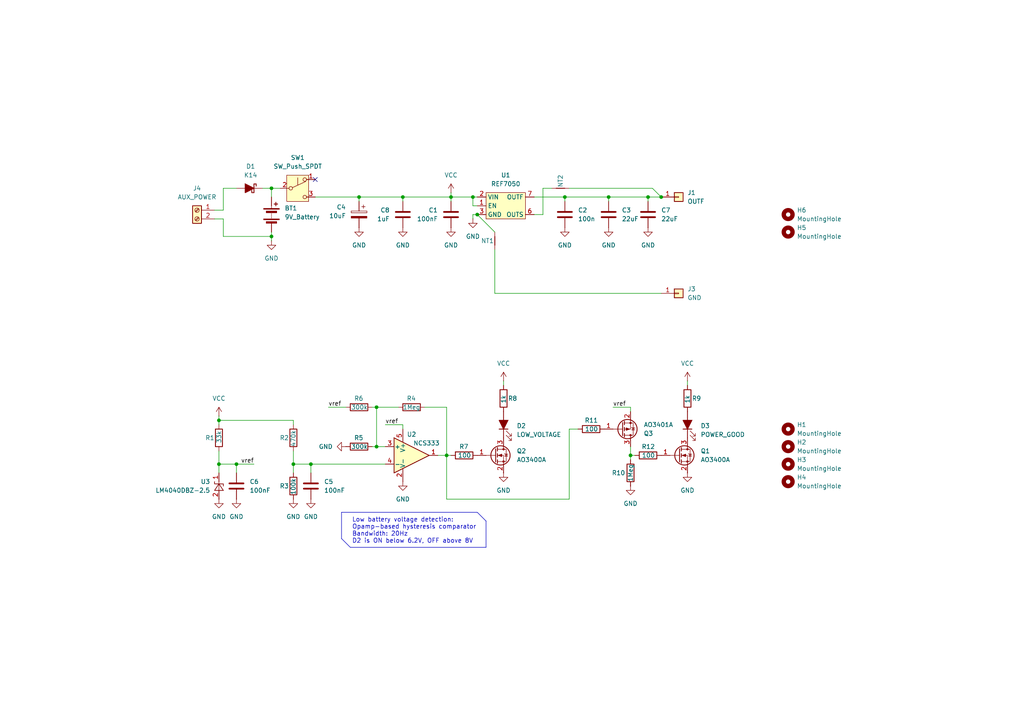
<source format=kicad_sch>
(kicad_sch
	(version 20231120)
	(generator "eeschema")
	(generator_version "8.0")
	(uuid "9551fd64-d0b1-43db-95be-0ae90b1fb101")
	(paper "A4")
	(title_block
		(title "Portable Voltage Standard")
		(date "2025-01-19")
		(rev "1.0")
		(company "Maxime Plasson")
	)
	(lib_symbols
		(symbol "Amplifier_Operational:OPA333xxDBV"
			(pin_names
				(offset 0.127)
			)
			(exclude_from_sim no)
			(in_bom yes)
			(on_board yes)
			(property "Reference" "U"
				(at -1.27 6.35 0)
				(effects
					(font
						(size 1.27 1.27)
					)
					(justify left)
				)
			)
			(property "Value" "OPA333xxDBV"
				(at -1.27 3.81 0)
				(effects
					(font
						(size 1.27 1.27)
					)
					(justify left)
				)
			)
			(property "Footprint" "Package_TO_SOT_SMD:SOT-23-5"
				(at -2.54 -5.08 0)
				(effects
					(font
						(size 1.27 1.27)
					)
					(justify left)
					(hide yes)
				)
			)
			(property "Datasheet" "http://www.ti.com/lit/ds/symlink/opa333.pdf"
				(at 0 5.08 0)
				(effects
					(font
						(size 1.27 1.27)
					)
					(hide yes)
				)
			)
			(property "Description" "Single 1.8V, microPower, CMOS Operational Amplifiers, Zero-Drift Series, SOT-23-5"
				(at 0 0 0)
				(effects
					(font
						(size 1.27 1.27)
					)
					(hide yes)
				)
			)
			(property "ki_keywords" "single opamp"
				(at 0 0 0)
				(effects
					(font
						(size 1.27 1.27)
					)
					(hide yes)
				)
			)
			(property "ki_fp_filters" "SOT?23*"
				(at 0 0 0)
				(effects
					(font
						(size 1.27 1.27)
					)
					(hide yes)
				)
			)
			(symbol "OPA333xxDBV_0_1"
				(polyline
					(pts
						(xy -5.08 5.08) (xy 5.08 0) (xy -5.08 -5.08) (xy -5.08 5.08)
					)
					(stroke
						(width 0.254)
						(type default)
					)
					(fill
						(type background)
					)
				)
				(pin power_in line
					(at -2.54 -7.62 90)
					(length 3.81)
					(name "V-"
						(effects
							(font
								(size 1.27 1.27)
							)
						)
					)
					(number "2"
						(effects
							(font
								(size 1.27 1.27)
							)
						)
					)
				)
				(pin power_in line
					(at -2.54 7.62 270)
					(length 3.81)
					(name "V+"
						(effects
							(font
								(size 1.27 1.27)
							)
						)
					)
					(number "5"
						(effects
							(font
								(size 1.27 1.27)
							)
						)
					)
				)
			)
			(symbol "OPA333xxDBV_1_1"
				(pin output line
					(at 7.62 0 180)
					(length 2.54)
					(name "~"
						(effects
							(font
								(size 1.27 1.27)
							)
						)
					)
					(number "1"
						(effects
							(font
								(size 1.27 1.27)
							)
						)
					)
				)
				(pin input line
					(at -7.62 2.54 0)
					(length 2.54)
					(name "+"
						(effects
							(font
								(size 1.27 1.27)
							)
						)
					)
					(number "3"
						(effects
							(font
								(size 1.27 1.27)
							)
						)
					)
				)
				(pin input line
					(at -7.62 -2.54 0)
					(length 2.54)
					(name "-"
						(effects
							(font
								(size 1.27 1.27)
							)
						)
					)
					(number "4"
						(effects
							(font
								(size 1.27 1.27)
							)
						)
					)
				)
			)
		)
		(symbol "Connector:Screw_Terminal_01x02"
			(pin_names
				(offset 1.016) hide)
			(exclude_from_sim no)
			(in_bom yes)
			(on_board yes)
			(property "Reference" "J"
				(at 0 2.54 0)
				(effects
					(font
						(size 1.27 1.27)
					)
				)
			)
			(property "Value" "Screw_Terminal_01x02"
				(at 0 -5.08 0)
				(effects
					(font
						(size 1.27 1.27)
					)
				)
			)
			(property "Footprint" ""
				(at 0 0 0)
				(effects
					(font
						(size 1.27 1.27)
					)
					(hide yes)
				)
			)
			(property "Datasheet" "~"
				(at 0 0 0)
				(effects
					(font
						(size 1.27 1.27)
					)
					(hide yes)
				)
			)
			(property "Description" "Generic screw terminal, single row, 01x02, script generated (kicad-library-utils/schlib/autogen/connector/)"
				(at 0 0 0)
				(effects
					(font
						(size 1.27 1.27)
					)
					(hide yes)
				)
			)
			(property "ki_keywords" "screw terminal"
				(at 0 0 0)
				(effects
					(font
						(size 1.27 1.27)
					)
					(hide yes)
				)
			)
			(property "ki_fp_filters" "TerminalBlock*:*"
				(at 0 0 0)
				(effects
					(font
						(size 1.27 1.27)
					)
					(hide yes)
				)
			)
			(symbol "Screw_Terminal_01x02_1_1"
				(rectangle
					(start -1.27 1.27)
					(end 1.27 -3.81)
					(stroke
						(width 0.254)
						(type default)
					)
					(fill
						(type background)
					)
				)
				(circle
					(center 0 -2.54)
					(radius 0.635)
					(stroke
						(width 0.1524)
						(type default)
					)
					(fill
						(type none)
					)
				)
				(polyline
					(pts
						(xy -0.5334 -2.2098) (xy 0.3302 -3.048)
					)
					(stroke
						(width 0.1524)
						(type default)
					)
					(fill
						(type none)
					)
				)
				(polyline
					(pts
						(xy -0.5334 0.3302) (xy 0.3302 -0.508)
					)
					(stroke
						(width 0.1524)
						(type default)
					)
					(fill
						(type none)
					)
				)
				(polyline
					(pts
						(xy -0.3556 -2.032) (xy 0.508 -2.8702)
					)
					(stroke
						(width 0.1524)
						(type default)
					)
					(fill
						(type none)
					)
				)
				(polyline
					(pts
						(xy -0.3556 0.508) (xy 0.508 -0.3302)
					)
					(stroke
						(width 0.1524)
						(type default)
					)
					(fill
						(type none)
					)
				)
				(circle
					(center 0 0)
					(radius 0.635)
					(stroke
						(width 0.1524)
						(type default)
					)
					(fill
						(type none)
					)
				)
				(pin passive line
					(at -5.08 0 0)
					(length 3.81)
					(name "Pin_1"
						(effects
							(font
								(size 1.27 1.27)
							)
						)
					)
					(number "1"
						(effects
							(font
								(size 1.27 1.27)
							)
						)
					)
				)
				(pin passive line
					(at -5.08 -2.54 0)
					(length 3.81)
					(name "Pin_2"
						(effects
							(font
								(size 1.27 1.27)
							)
						)
					)
					(number "2"
						(effects
							(font
								(size 1.27 1.27)
							)
						)
					)
				)
			)
		)
		(symbol "Connector_Generic:Conn_01x01"
			(pin_names
				(offset 1.016) hide)
			(exclude_from_sim no)
			(in_bom yes)
			(on_board yes)
			(property "Reference" "J"
				(at 0 2.54 0)
				(effects
					(font
						(size 1.27 1.27)
					)
				)
			)
			(property "Value" "Conn_01x01"
				(at 0 -2.54 0)
				(effects
					(font
						(size 1.27 1.27)
					)
				)
			)
			(property "Footprint" ""
				(at 0 0 0)
				(effects
					(font
						(size 1.27 1.27)
					)
					(hide yes)
				)
			)
			(property "Datasheet" "~"
				(at 0 0 0)
				(effects
					(font
						(size 1.27 1.27)
					)
					(hide yes)
				)
			)
			(property "Description" "Generic connector, single row, 01x01, script generated (kicad-library-utils/schlib/autogen/connector/)"
				(at 0 0 0)
				(effects
					(font
						(size 1.27 1.27)
					)
					(hide yes)
				)
			)
			(property "ki_keywords" "connector"
				(at 0 0 0)
				(effects
					(font
						(size 1.27 1.27)
					)
					(hide yes)
				)
			)
			(property "ki_fp_filters" "Connector*:*_1x??_*"
				(at 0 0 0)
				(effects
					(font
						(size 1.27 1.27)
					)
					(hide yes)
				)
			)
			(symbol "Conn_01x01_1_1"
				(rectangle
					(start -1.27 0.127)
					(end 0 -0.127)
					(stroke
						(width 0.1524)
						(type default)
					)
					(fill
						(type none)
					)
				)
				(rectangle
					(start -1.27 1.27)
					(end 1.27 -1.27)
					(stroke
						(width 0.254)
						(type default)
					)
					(fill
						(type background)
					)
				)
				(pin passive line
					(at -5.08 0 0)
					(length 3.81)
					(name "Pin_1"
						(effects
							(font
								(size 1.27 1.27)
							)
						)
					)
					(number "1"
						(effects
							(font
								(size 1.27 1.27)
							)
						)
					)
				)
			)
		)
		(symbol "Device:Battery"
			(pin_numbers hide)
			(pin_names
				(offset 0) hide)
			(exclude_from_sim no)
			(in_bom yes)
			(on_board yes)
			(property "Reference" "BT"
				(at 2.54 2.54 0)
				(effects
					(font
						(size 1.27 1.27)
					)
					(justify left)
				)
			)
			(property "Value" "Battery"
				(at 2.54 0 0)
				(effects
					(font
						(size 1.27 1.27)
					)
					(justify left)
				)
			)
			(property "Footprint" ""
				(at 0 1.524 90)
				(effects
					(font
						(size 1.27 1.27)
					)
					(hide yes)
				)
			)
			(property "Datasheet" "~"
				(at 0 1.524 90)
				(effects
					(font
						(size 1.27 1.27)
					)
					(hide yes)
				)
			)
			(property "Description" "Multiple-cell battery"
				(at 0 0 0)
				(effects
					(font
						(size 1.27 1.27)
					)
					(hide yes)
				)
			)
			(property "ki_keywords" "batt voltage-source cell"
				(at 0 0 0)
				(effects
					(font
						(size 1.27 1.27)
					)
					(hide yes)
				)
			)
			(symbol "Battery_0_1"
				(rectangle
					(start -2.286 -1.27)
					(end 2.286 -1.524)
					(stroke
						(width 0)
						(type default)
					)
					(fill
						(type outline)
					)
				)
				(rectangle
					(start -2.286 1.778)
					(end 2.286 1.524)
					(stroke
						(width 0)
						(type default)
					)
					(fill
						(type outline)
					)
				)
				(rectangle
					(start -1.524 -2.032)
					(end 1.524 -2.54)
					(stroke
						(width 0)
						(type default)
					)
					(fill
						(type outline)
					)
				)
				(rectangle
					(start -1.524 1.016)
					(end 1.524 0.508)
					(stroke
						(width 0)
						(type default)
					)
					(fill
						(type outline)
					)
				)
				(polyline
					(pts
						(xy 0 -1.016) (xy 0 -0.762)
					)
					(stroke
						(width 0)
						(type default)
					)
					(fill
						(type none)
					)
				)
				(polyline
					(pts
						(xy 0 -0.508) (xy 0 -0.254)
					)
					(stroke
						(width 0)
						(type default)
					)
					(fill
						(type none)
					)
				)
				(polyline
					(pts
						(xy 0 0) (xy 0 0.254)
					)
					(stroke
						(width 0)
						(type default)
					)
					(fill
						(type none)
					)
				)
				(polyline
					(pts
						(xy 0 1.778) (xy 0 2.54)
					)
					(stroke
						(width 0)
						(type default)
					)
					(fill
						(type none)
					)
				)
				(polyline
					(pts
						(xy 0.762 3.048) (xy 1.778 3.048)
					)
					(stroke
						(width 0.254)
						(type default)
					)
					(fill
						(type none)
					)
				)
				(polyline
					(pts
						(xy 1.27 3.556) (xy 1.27 2.54)
					)
					(stroke
						(width 0.254)
						(type default)
					)
					(fill
						(type none)
					)
				)
			)
			(symbol "Battery_1_1"
				(pin passive line
					(at 0 5.08 270)
					(length 2.54)
					(name "+"
						(effects
							(font
								(size 1.27 1.27)
							)
						)
					)
					(number "1"
						(effects
							(font
								(size 1.27 1.27)
							)
						)
					)
				)
				(pin passive line
					(at 0 -5.08 90)
					(length 2.54)
					(name "-"
						(effects
							(font
								(size 1.27 1.27)
							)
						)
					)
					(number "2"
						(effects
							(font
								(size 1.27 1.27)
							)
						)
					)
				)
			)
		)
		(symbol "Device:C"
			(pin_numbers hide)
			(pin_names
				(offset 0.254)
			)
			(exclude_from_sim no)
			(in_bom yes)
			(on_board yes)
			(property "Reference" "C"
				(at 0.635 2.54 0)
				(effects
					(font
						(size 1.27 1.27)
					)
					(justify left)
				)
			)
			(property "Value" "C"
				(at 0.635 -2.54 0)
				(effects
					(font
						(size 1.27 1.27)
					)
					(justify left)
				)
			)
			(property "Footprint" ""
				(at 0.9652 -3.81 0)
				(effects
					(font
						(size 1.27 1.27)
					)
					(hide yes)
				)
			)
			(property "Datasheet" "~"
				(at 0 0 0)
				(effects
					(font
						(size 1.27 1.27)
					)
					(hide yes)
				)
			)
			(property "Description" "Unpolarized capacitor"
				(at 0 0 0)
				(effects
					(font
						(size 1.27 1.27)
					)
					(hide yes)
				)
			)
			(property "ki_keywords" "cap capacitor"
				(at 0 0 0)
				(effects
					(font
						(size 1.27 1.27)
					)
					(hide yes)
				)
			)
			(property "ki_fp_filters" "C_*"
				(at 0 0 0)
				(effects
					(font
						(size 1.27 1.27)
					)
					(hide yes)
				)
			)
			(symbol "C_0_1"
				(polyline
					(pts
						(xy -2.032 -0.762) (xy 2.032 -0.762)
					)
					(stroke
						(width 0.508)
						(type default)
					)
					(fill
						(type none)
					)
				)
				(polyline
					(pts
						(xy -2.032 0.762) (xy 2.032 0.762)
					)
					(stroke
						(width 0.508)
						(type default)
					)
					(fill
						(type none)
					)
				)
			)
			(symbol "C_1_1"
				(pin passive line
					(at 0 3.81 270)
					(length 2.794)
					(name "~"
						(effects
							(font
								(size 1.27 1.27)
							)
						)
					)
					(number "1"
						(effects
							(font
								(size 1.27 1.27)
							)
						)
					)
				)
				(pin passive line
					(at 0 -3.81 90)
					(length 2.794)
					(name "~"
						(effects
							(font
								(size 1.27 1.27)
							)
						)
					)
					(number "2"
						(effects
							(font
								(size 1.27 1.27)
							)
						)
					)
				)
			)
		)
		(symbol "Device:C_Polarized"
			(pin_numbers hide)
			(pin_names
				(offset 0.254)
			)
			(exclude_from_sim no)
			(in_bom yes)
			(on_board yes)
			(property "Reference" "C"
				(at 0.635 2.54 0)
				(effects
					(font
						(size 1.27 1.27)
					)
					(justify left)
				)
			)
			(property "Value" "C_Polarized"
				(at 0.635 -2.54 0)
				(effects
					(font
						(size 1.27 1.27)
					)
					(justify left)
				)
			)
			(property "Footprint" ""
				(at 0.9652 -3.81 0)
				(effects
					(font
						(size 1.27 1.27)
					)
					(hide yes)
				)
			)
			(property "Datasheet" "~"
				(at 0 0 0)
				(effects
					(font
						(size 1.27 1.27)
					)
					(hide yes)
				)
			)
			(property "Description" "Polarized capacitor"
				(at 0 0 0)
				(effects
					(font
						(size 1.27 1.27)
					)
					(hide yes)
				)
			)
			(property "ki_keywords" "cap capacitor"
				(at 0 0 0)
				(effects
					(font
						(size 1.27 1.27)
					)
					(hide yes)
				)
			)
			(property "ki_fp_filters" "CP_*"
				(at 0 0 0)
				(effects
					(font
						(size 1.27 1.27)
					)
					(hide yes)
				)
			)
			(symbol "C_Polarized_0_1"
				(rectangle
					(start -2.286 0.508)
					(end 2.286 1.016)
					(stroke
						(width 0)
						(type default)
					)
					(fill
						(type none)
					)
				)
				(polyline
					(pts
						(xy -1.778 2.286) (xy -0.762 2.286)
					)
					(stroke
						(width 0)
						(type default)
					)
					(fill
						(type none)
					)
				)
				(polyline
					(pts
						(xy -1.27 2.794) (xy -1.27 1.778)
					)
					(stroke
						(width 0)
						(type default)
					)
					(fill
						(type none)
					)
				)
				(rectangle
					(start 2.286 -0.508)
					(end -2.286 -1.016)
					(stroke
						(width 0)
						(type default)
					)
					(fill
						(type outline)
					)
				)
			)
			(symbol "C_Polarized_1_1"
				(pin passive line
					(at 0 3.81 270)
					(length 2.794)
					(name "~"
						(effects
							(font
								(size 1.27 1.27)
							)
						)
					)
					(number "1"
						(effects
							(font
								(size 1.27 1.27)
							)
						)
					)
				)
				(pin passive line
					(at 0 -3.81 90)
					(length 2.794)
					(name "~"
						(effects
							(font
								(size 1.27 1.27)
							)
						)
					)
					(number "2"
						(effects
							(font
								(size 1.27 1.27)
							)
						)
					)
				)
			)
		)
		(symbol "Device:D_Schottky_Filled"
			(pin_numbers hide)
			(pin_names
				(offset 1.016) hide)
			(exclude_from_sim no)
			(in_bom yes)
			(on_board yes)
			(property "Reference" "D"
				(at 0 2.54 0)
				(effects
					(font
						(size 1.27 1.27)
					)
				)
			)
			(property "Value" "D_Schottky_Filled"
				(at 0 -2.54 0)
				(effects
					(font
						(size 1.27 1.27)
					)
				)
			)
			(property "Footprint" ""
				(at 0 0 0)
				(effects
					(font
						(size 1.27 1.27)
					)
					(hide yes)
				)
			)
			(property "Datasheet" "~"
				(at 0 0 0)
				(effects
					(font
						(size 1.27 1.27)
					)
					(hide yes)
				)
			)
			(property "Description" "Schottky diode, filled shape"
				(at 0 0 0)
				(effects
					(font
						(size 1.27 1.27)
					)
					(hide yes)
				)
			)
			(property "ki_keywords" "diode Schottky"
				(at 0 0 0)
				(effects
					(font
						(size 1.27 1.27)
					)
					(hide yes)
				)
			)
			(property "ki_fp_filters" "TO-???* *_Diode_* *SingleDiode* D_*"
				(at 0 0 0)
				(effects
					(font
						(size 1.27 1.27)
					)
					(hide yes)
				)
			)
			(symbol "D_Schottky_Filled_0_1"
				(polyline
					(pts
						(xy 1.27 0) (xy -1.27 0)
					)
					(stroke
						(width 0)
						(type default)
					)
					(fill
						(type none)
					)
				)
				(polyline
					(pts
						(xy 1.27 1.27) (xy 1.27 -1.27) (xy -1.27 0) (xy 1.27 1.27)
					)
					(stroke
						(width 0.254)
						(type default)
					)
					(fill
						(type outline)
					)
				)
				(polyline
					(pts
						(xy -1.905 0.635) (xy -1.905 1.27) (xy -1.27 1.27) (xy -1.27 -1.27) (xy -0.635 -1.27) (xy -0.635 -0.635)
					)
					(stroke
						(width 0.254)
						(type default)
					)
					(fill
						(type none)
					)
				)
			)
			(symbol "D_Schottky_Filled_1_1"
				(pin passive line
					(at -3.81 0 0)
					(length 2.54)
					(name "K"
						(effects
							(font
								(size 1.27 1.27)
							)
						)
					)
					(number "1"
						(effects
							(font
								(size 1.27 1.27)
							)
						)
					)
				)
				(pin passive line
					(at 3.81 0 180)
					(length 2.54)
					(name "A"
						(effects
							(font
								(size 1.27 1.27)
							)
						)
					)
					(number "2"
						(effects
							(font
								(size 1.27 1.27)
							)
						)
					)
				)
			)
		)
		(symbol "Device:LED_Filled"
			(pin_numbers hide)
			(pin_names
				(offset 1.016) hide)
			(exclude_from_sim no)
			(in_bom yes)
			(on_board yes)
			(property "Reference" "D"
				(at 0 2.54 0)
				(effects
					(font
						(size 1.27 1.27)
					)
				)
			)
			(property "Value" "LED_Filled"
				(at 0 -2.54 0)
				(effects
					(font
						(size 1.27 1.27)
					)
				)
			)
			(property "Footprint" ""
				(at 0 0 0)
				(effects
					(font
						(size 1.27 1.27)
					)
					(hide yes)
				)
			)
			(property "Datasheet" "~"
				(at 0 0 0)
				(effects
					(font
						(size 1.27 1.27)
					)
					(hide yes)
				)
			)
			(property "Description" "Light emitting diode, filled shape"
				(at 0 0 0)
				(effects
					(font
						(size 1.27 1.27)
					)
					(hide yes)
				)
			)
			(property "ki_keywords" "LED diode"
				(at 0 0 0)
				(effects
					(font
						(size 1.27 1.27)
					)
					(hide yes)
				)
			)
			(property "ki_fp_filters" "LED* LED_SMD:* LED_THT:*"
				(at 0 0 0)
				(effects
					(font
						(size 1.27 1.27)
					)
					(hide yes)
				)
			)
			(symbol "LED_Filled_0_1"
				(polyline
					(pts
						(xy -1.27 -1.27) (xy -1.27 1.27)
					)
					(stroke
						(width 0.254)
						(type default)
					)
					(fill
						(type none)
					)
				)
				(polyline
					(pts
						(xy -1.27 0) (xy 1.27 0)
					)
					(stroke
						(width 0)
						(type default)
					)
					(fill
						(type none)
					)
				)
				(polyline
					(pts
						(xy 1.27 -1.27) (xy 1.27 1.27) (xy -1.27 0) (xy 1.27 -1.27)
					)
					(stroke
						(width 0.254)
						(type default)
					)
					(fill
						(type outline)
					)
				)
				(polyline
					(pts
						(xy -3.048 -0.762) (xy -4.572 -2.286) (xy -3.81 -2.286) (xy -4.572 -2.286) (xy -4.572 -1.524)
					)
					(stroke
						(width 0)
						(type default)
					)
					(fill
						(type none)
					)
				)
				(polyline
					(pts
						(xy -1.778 -0.762) (xy -3.302 -2.286) (xy -2.54 -2.286) (xy -3.302 -2.286) (xy -3.302 -1.524)
					)
					(stroke
						(width 0)
						(type default)
					)
					(fill
						(type none)
					)
				)
			)
			(symbol "LED_Filled_1_1"
				(pin passive line
					(at -3.81 0 0)
					(length 2.54)
					(name "K"
						(effects
							(font
								(size 1.27 1.27)
							)
						)
					)
					(number "1"
						(effects
							(font
								(size 1.27 1.27)
							)
						)
					)
				)
				(pin passive line
					(at 3.81 0 180)
					(length 2.54)
					(name "A"
						(effects
							(font
								(size 1.27 1.27)
							)
						)
					)
					(number "2"
						(effects
							(font
								(size 1.27 1.27)
							)
						)
					)
				)
			)
		)
		(symbol "Device:NetTie_2"
			(pin_numbers hide)
			(pin_names
				(offset 0) hide)
			(exclude_from_sim no)
			(in_bom no)
			(on_board yes)
			(property "Reference" "NT"
				(at 0 1.27 0)
				(effects
					(font
						(size 1.27 1.27)
					)
				)
			)
			(property "Value" "NetTie_2"
				(at 0 -1.27 0)
				(effects
					(font
						(size 1.27 1.27)
					)
				)
			)
			(property "Footprint" ""
				(at 0 0 0)
				(effects
					(font
						(size 1.27 1.27)
					)
					(hide yes)
				)
			)
			(property "Datasheet" "~"
				(at 0 0 0)
				(effects
					(font
						(size 1.27 1.27)
					)
					(hide yes)
				)
			)
			(property "Description" "Net tie, 2 pins"
				(at 0 0 0)
				(effects
					(font
						(size 1.27 1.27)
					)
					(hide yes)
				)
			)
			(property "ki_keywords" "net tie short"
				(at 0 0 0)
				(effects
					(font
						(size 1.27 1.27)
					)
					(hide yes)
				)
			)
			(property "ki_fp_filters" "Net*Tie*"
				(at 0 0 0)
				(effects
					(font
						(size 1.27 1.27)
					)
					(hide yes)
				)
			)
			(symbol "NetTie_2_0_1"
				(polyline
					(pts
						(xy -1.27 0) (xy 1.27 0)
					)
					(stroke
						(width 0.254)
						(type default)
					)
					(fill
						(type none)
					)
				)
			)
			(symbol "NetTie_2_1_1"
				(pin passive line
					(at -2.54 0 0)
					(length 2.54)
					(name "1"
						(effects
							(font
								(size 1.27 1.27)
							)
						)
					)
					(number "1"
						(effects
							(font
								(size 1.27 1.27)
							)
						)
					)
				)
				(pin passive line
					(at 2.54 0 180)
					(length 2.54)
					(name "2"
						(effects
							(font
								(size 1.27 1.27)
							)
						)
					)
					(number "2"
						(effects
							(font
								(size 1.27 1.27)
							)
						)
					)
				)
			)
		)
		(symbol "Device:R"
			(pin_numbers hide)
			(pin_names
				(offset 0)
			)
			(exclude_from_sim no)
			(in_bom yes)
			(on_board yes)
			(property "Reference" "R"
				(at 2.032 0 90)
				(effects
					(font
						(size 1.27 1.27)
					)
				)
			)
			(property "Value" "R"
				(at 0 0 90)
				(effects
					(font
						(size 1.27 1.27)
					)
				)
			)
			(property "Footprint" ""
				(at -1.778 0 90)
				(effects
					(font
						(size 1.27 1.27)
					)
					(hide yes)
				)
			)
			(property "Datasheet" "~"
				(at 0 0 0)
				(effects
					(font
						(size 1.27 1.27)
					)
					(hide yes)
				)
			)
			(property "Description" "Resistor"
				(at 0 0 0)
				(effects
					(font
						(size 1.27 1.27)
					)
					(hide yes)
				)
			)
			(property "ki_keywords" "R res resistor"
				(at 0 0 0)
				(effects
					(font
						(size 1.27 1.27)
					)
					(hide yes)
				)
			)
			(property "ki_fp_filters" "R_*"
				(at 0 0 0)
				(effects
					(font
						(size 1.27 1.27)
					)
					(hide yes)
				)
			)
			(symbol "R_0_1"
				(rectangle
					(start -1.016 -2.54)
					(end 1.016 2.54)
					(stroke
						(width 0.254)
						(type default)
					)
					(fill
						(type none)
					)
				)
			)
			(symbol "R_1_1"
				(pin passive line
					(at 0 3.81 270)
					(length 1.27)
					(name "~"
						(effects
							(font
								(size 1.27 1.27)
							)
						)
					)
					(number "1"
						(effects
							(font
								(size 1.27 1.27)
							)
						)
					)
				)
				(pin passive line
					(at 0 -3.81 90)
					(length 1.27)
					(name "~"
						(effects
							(font
								(size 1.27 1.27)
							)
						)
					)
					(number "2"
						(effects
							(font
								(size 1.27 1.27)
							)
						)
					)
				)
			)
		)
		(symbol "KicadGeneralLibrary:REF7050"
			(exclude_from_sim no)
			(in_bom yes)
			(on_board yes)
			(property "Reference" "U?"
				(at 7.874 -5.08 0)
				(effects
					(font
						(size 1.27 1.27)
					)
				)
			)
			(property "Value" "REF7050"
				(at 2.794 4.826 0)
				(effects
					(font
						(size 1.27 1.27)
					)
				)
			)
			(property "Footprint" ""
				(at 0 0 0)
				(effects
					(font
						(size 1.27 1.27)
					)
					(hide yes)
				)
			)
			(property "Datasheet" "https://www.lcsc.com/datasheet/lcsc_datasheet_2309251242_Texas-Instruments-REF7050QFKHT_C6760318.pdf"
				(at 3.302 -7.366 0)
				(effects
					(font
						(size 1.27 1.27)
					)
					(hide yes)
				)
			)
			(property "Description" ""
				(at 0 0 0)
				(effects
					(font
						(size 1.27 1.27)
					)
					(hide yes)
				)
			)
			(property "LCSC" "C6760318"
				(at 0.508 -5.08 0)
				(effects
					(font
						(size 1.27 1.27)
					)
					(hide yes)
				)
			)
			(symbol "REF7050_1_1"
				(rectangle
					(start -1.27 3.81)
					(end 10.16 -3.81)
					(stroke
						(width 0)
						(type default)
					)
					(fill
						(type background)
					)
				)
				(pin input line
					(at -3.81 0 0)
					(length 2.54)
					(name "EN"
						(effects
							(font
								(size 1.27 1.27)
							)
						)
					)
					(number "1"
						(effects
							(font
								(size 1.27 1.27)
							)
						)
					)
				)
				(pin power_in line
					(at -3.81 2.54 0)
					(length 2.54)
					(name "VIN"
						(effects
							(font
								(size 1.27 1.27)
							)
						)
					)
					(number "2"
						(effects
							(font
								(size 1.27 1.27)
							)
						)
					)
				)
				(pin power_in line
					(at -3.81 -2.54 0)
					(length 2.54)
					(name "GND"
						(effects
							(font
								(size 1.27 1.27)
							)
						)
					)
					(number "3"
						(effects
							(font
								(size 1.27 1.27)
							)
						)
					)
				)
				(pin passive line
					(at -3.81 -2.54 0)
					(length 2.54) hide
					(name "GND"
						(effects
							(font
								(size 1.27 1.27)
							)
						)
					)
					(number "4"
						(effects
							(font
								(size 1.27 1.27)
							)
						)
					)
				)
				(pin passive line
					(at -3.81 -2.54 0)
					(length 2.54) hide
					(name "GND"
						(effects
							(font
								(size 1.27 1.27)
							)
						)
					)
					(number "5"
						(effects
							(font
								(size 1.27 1.27)
							)
						)
					)
				)
				(pin input line
					(at 12.7 -2.54 180)
					(length 2.54)
					(name "OUTS"
						(effects
							(font
								(size 1.27 1.27)
							)
						)
					)
					(number "6"
						(effects
							(font
								(size 1.27 1.27)
							)
						)
					)
				)
				(pin output line
					(at 12.7 2.54 180)
					(length 2.54)
					(name "OUTF"
						(effects
							(font
								(size 1.27 1.27)
							)
						)
					)
					(number "7"
						(effects
							(font
								(size 1.27 1.27)
							)
						)
					)
				)
				(pin passive line
					(at -3.81 -2.54 0)
					(length 2.54) hide
					(name "GND"
						(effects
							(font
								(size 1.27 1.27)
							)
						)
					)
					(number "8"
						(effects
							(font
								(size 1.27 1.27)
							)
						)
					)
				)
			)
		)
		(symbol "Mechanical:MountingHole"
			(pin_names
				(offset 1.016)
			)
			(exclude_from_sim yes)
			(in_bom no)
			(on_board yes)
			(property "Reference" "H"
				(at 0 5.08 0)
				(effects
					(font
						(size 1.27 1.27)
					)
				)
			)
			(property "Value" "MountingHole"
				(at 0 3.175 0)
				(effects
					(font
						(size 1.27 1.27)
					)
				)
			)
			(property "Footprint" ""
				(at 0 0 0)
				(effects
					(font
						(size 1.27 1.27)
					)
					(hide yes)
				)
			)
			(property "Datasheet" "~"
				(at 0 0 0)
				(effects
					(font
						(size 1.27 1.27)
					)
					(hide yes)
				)
			)
			(property "Description" "Mounting Hole without connection"
				(at 0 0 0)
				(effects
					(font
						(size 1.27 1.27)
					)
					(hide yes)
				)
			)
			(property "ki_keywords" "mounting hole"
				(at 0 0 0)
				(effects
					(font
						(size 1.27 1.27)
					)
					(hide yes)
				)
			)
			(property "ki_fp_filters" "MountingHole*"
				(at 0 0 0)
				(effects
					(font
						(size 1.27 1.27)
					)
					(hide yes)
				)
			)
			(symbol "MountingHole_0_1"
				(circle
					(center 0 0)
					(radius 1.27)
					(stroke
						(width 1.27)
						(type default)
					)
					(fill
						(type none)
					)
				)
			)
		)
		(symbol "Reference_Voltage:LM4040DBZ-2.5"
			(pin_names
				(offset 0.0254) hide)
			(exclude_from_sim no)
			(in_bom yes)
			(on_board yes)
			(property "Reference" "U"
				(at 0 2.54 0)
				(effects
					(font
						(size 1.27 1.27)
					)
				)
			)
			(property "Value" "LM4040DBZ-2.5"
				(at 0 -3.175 0)
				(effects
					(font
						(size 1.27 1.27)
					)
				)
			)
			(property "Footprint" "Package_TO_SOT_SMD:SOT-23"
				(at 0 -5.08 0)
				(effects
					(font
						(size 1.27 1.27)
						(italic yes)
					)
					(hide yes)
				)
			)
			(property "Datasheet" "http://www.ti.com/lit/ds/symlink/lm4040-n.pdf"
				(at 0 0 0)
				(effects
					(font
						(size 1.27 1.27)
						(italic yes)
					)
					(hide yes)
				)
			)
			(property "Description" "2.500V Precision Micropower Shunt Voltage Reference, SOT-23"
				(at 0 0 0)
				(effects
					(font
						(size 1.27 1.27)
					)
					(hide yes)
				)
			)
			(property "ki_keywords" "diode device voltage reference shunt"
				(at 0 0 0)
				(effects
					(font
						(size 1.27 1.27)
					)
					(hide yes)
				)
			)
			(property "ki_fp_filters" "SOT?23*"
				(at 0 0 0)
				(effects
					(font
						(size 1.27 1.27)
					)
					(hide yes)
				)
			)
			(symbol "LM4040DBZ-2.5_0_1"
				(polyline
					(pts
						(xy -1.27 0) (xy 0 0) (xy 1.27 0)
					)
					(stroke
						(width 0)
						(type default)
					)
					(fill
						(type none)
					)
				)
				(polyline
					(pts
						(xy -1.27 -1.27) (xy 0.635 0) (xy -1.27 1.27) (xy -1.27 -1.27)
					)
					(stroke
						(width 0.2032)
						(type default)
					)
					(fill
						(type none)
					)
				)
				(polyline
					(pts
						(xy 0 -1.27) (xy 0.635 -1.27) (xy 0.635 1.27) (xy 1.27 1.27)
					)
					(stroke
						(width 0.2032)
						(type default)
					)
					(fill
						(type none)
					)
				)
			)
			(symbol "LM4040DBZ-2.5_1_1"
				(pin passive line
					(at 3.81 0 180)
					(length 2.54)
					(name "K"
						(effects
							(font
								(size 1.27 1.27)
							)
						)
					)
					(number "1"
						(effects
							(font
								(size 1.27 1.27)
							)
						)
					)
				)
				(pin passive line
					(at -3.81 0 0)
					(length 2.54)
					(name "A"
						(effects
							(font
								(size 1.27 1.27)
							)
						)
					)
					(number "2"
						(effects
							(font
								(size 1.27 1.27)
							)
						)
					)
				)
				(pin no_connect line
					(at -1.27 0 0)
					(length 2.54) hide
					(name "NC"
						(effects
							(font
								(size 1.27 1.27)
							)
						)
					)
					(number "3"
						(effects
							(font
								(size 1.27 1.27)
							)
						)
					)
				)
			)
		)
		(symbol "Switch:SW_Push_SPDT"
			(pin_names
				(offset 0) hide)
			(exclude_from_sim no)
			(in_bom yes)
			(on_board yes)
			(property "Reference" "SW"
				(at 0 5.08 0)
				(effects
					(font
						(size 1.27 1.27)
					)
				)
			)
			(property "Value" "SW_Push_SPDT"
				(at 0 -5.08 0)
				(effects
					(font
						(size 1.27 1.27)
					)
				)
			)
			(property "Footprint" ""
				(at 0 0 0)
				(effects
					(font
						(size 1.27 1.27)
					)
					(hide yes)
				)
			)
			(property "Datasheet" "~"
				(at 0 0 0)
				(effects
					(font
						(size 1.27 1.27)
					)
					(hide yes)
				)
			)
			(property "Description" "Momentary Switch, single pole double throw"
				(at 0 0 0)
				(effects
					(font
						(size 1.27 1.27)
					)
					(hide yes)
				)
			)
			(property "ki_keywords" "switch single-pole double-throw spdt ON-ON"
				(at 0 0 0)
				(effects
					(font
						(size 1.27 1.27)
					)
					(hide yes)
				)
			)
			(symbol "SW_Push_SPDT_0_0"
				(circle
					(center -2.032 0)
					(radius 0.508)
					(stroke
						(width 0)
						(type default)
					)
					(fill
						(type none)
					)
				)
				(polyline
					(pts
						(xy 0 1.016) (xy 0 3.048)
					)
					(stroke
						(width 0)
						(type default)
					)
					(fill
						(type none)
					)
				)
				(circle
					(center 2.032 -2.54)
					(radius 0.508)
					(stroke
						(width 0)
						(type default)
					)
					(fill
						(type none)
					)
				)
			)
			(symbol "SW_Push_SPDT_0_1"
				(polyline
					(pts
						(xy -1.524 0.2032) (xy 2.3368 1.9812)
					)
					(stroke
						(width 0)
						(type default)
					)
					(fill
						(type none)
					)
				)
				(circle
					(center 2.032 2.54)
					(radius 0.508)
					(stroke
						(width 0)
						(type default)
					)
					(fill
						(type none)
					)
				)
			)
			(symbol "SW_Push_SPDT_1_1"
				(rectangle
					(start -3.175 3.81)
					(end 3.175 -3.81)
					(stroke
						(width 0)
						(type default)
					)
					(fill
						(type background)
					)
				)
				(pin passive line
					(at 5.08 2.54 180)
					(length 2.54)
					(name "A"
						(effects
							(font
								(size 1.27 1.27)
							)
						)
					)
					(number "1"
						(effects
							(font
								(size 1.27 1.27)
							)
						)
					)
				)
				(pin passive line
					(at -5.08 0 0)
					(length 2.54)
					(name "B"
						(effects
							(font
								(size 1.27 1.27)
							)
						)
					)
					(number "2"
						(effects
							(font
								(size 1.27 1.27)
							)
						)
					)
				)
				(pin passive line
					(at 5.08 -2.54 180)
					(length 2.54)
					(name "C"
						(effects
							(font
								(size 1.27 1.27)
							)
						)
					)
					(number "3"
						(effects
							(font
								(size 1.27 1.27)
							)
						)
					)
				)
			)
		)
		(symbol "Transistor_FET:AO3400A"
			(pin_names hide)
			(exclude_from_sim no)
			(in_bom yes)
			(on_board yes)
			(property "Reference" "Q"
				(at 5.08 1.905 0)
				(effects
					(font
						(size 1.27 1.27)
					)
					(justify left)
				)
			)
			(property "Value" "AO3400A"
				(at 5.08 0 0)
				(effects
					(font
						(size 1.27 1.27)
					)
					(justify left)
				)
			)
			(property "Footprint" "Package_TO_SOT_SMD:SOT-23"
				(at 5.08 -1.905 0)
				(effects
					(font
						(size 1.27 1.27)
						(italic yes)
					)
					(justify left)
					(hide yes)
				)
			)
			(property "Datasheet" "http://www.aosmd.com/pdfs/datasheet/AO3400A.pdf"
				(at 5.08 -3.81 0)
				(effects
					(font
						(size 1.27 1.27)
					)
					(justify left)
					(hide yes)
				)
			)
			(property "Description" "30V Vds, 5.7A Id, N-Channel MOSFET, SOT-23"
				(at 0 0 0)
				(effects
					(font
						(size 1.27 1.27)
					)
					(hide yes)
				)
			)
			(property "ki_keywords" "N-Channel MOSFET"
				(at 0 0 0)
				(effects
					(font
						(size 1.27 1.27)
					)
					(hide yes)
				)
			)
			(property "ki_fp_filters" "SOT?23*"
				(at 0 0 0)
				(effects
					(font
						(size 1.27 1.27)
					)
					(hide yes)
				)
			)
			(symbol "AO3400A_0_1"
				(polyline
					(pts
						(xy 0.254 0) (xy -2.54 0)
					)
					(stroke
						(width 0)
						(type default)
					)
					(fill
						(type none)
					)
				)
				(polyline
					(pts
						(xy 0.254 1.905) (xy 0.254 -1.905)
					)
					(stroke
						(width 0.254)
						(type default)
					)
					(fill
						(type none)
					)
				)
				(polyline
					(pts
						(xy 0.762 -1.27) (xy 0.762 -2.286)
					)
					(stroke
						(width 0.254)
						(type default)
					)
					(fill
						(type none)
					)
				)
				(polyline
					(pts
						(xy 0.762 0.508) (xy 0.762 -0.508)
					)
					(stroke
						(width 0.254)
						(type default)
					)
					(fill
						(type none)
					)
				)
				(polyline
					(pts
						(xy 0.762 2.286) (xy 0.762 1.27)
					)
					(stroke
						(width 0.254)
						(type default)
					)
					(fill
						(type none)
					)
				)
				(polyline
					(pts
						(xy 2.54 2.54) (xy 2.54 1.778)
					)
					(stroke
						(width 0)
						(type default)
					)
					(fill
						(type none)
					)
				)
				(polyline
					(pts
						(xy 2.54 -2.54) (xy 2.54 0) (xy 0.762 0)
					)
					(stroke
						(width 0)
						(type default)
					)
					(fill
						(type none)
					)
				)
				(polyline
					(pts
						(xy 0.762 -1.778) (xy 3.302 -1.778) (xy 3.302 1.778) (xy 0.762 1.778)
					)
					(stroke
						(width 0)
						(type default)
					)
					(fill
						(type none)
					)
				)
				(polyline
					(pts
						(xy 1.016 0) (xy 2.032 0.381) (xy 2.032 -0.381) (xy 1.016 0)
					)
					(stroke
						(width 0)
						(type default)
					)
					(fill
						(type outline)
					)
				)
				(polyline
					(pts
						(xy 2.794 0.508) (xy 2.921 0.381) (xy 3.683 0.381) (xy 3.81 0.254)
					)
					(stroke
						(width 0)
						(type default)
					)
					(fill
						(type none)
					)
				)
				(polyline
					(pts
						(xy 3.302 0.381) (xy 2.921 -0.254) (xy 3.683 -0.254) (xy 3.302 0.381)
					)
					(stroke
						(width 0)
						(type default)
					)
					(fill
						(type none)
					)
				)
				(circle
					(center 1.651 0)
					(radius 2.794)
					(stroke
						(width 0.254)
						(type default)
					)
					(fill
						(type none)
					)
				)
				(circle
					(center 2.54 -1.778)
					(radius 0.254)
					(stroke
						(width 0)
						(type default)
					)
					(fill
						(type outline)
					)
				)
				(circle
					(center 2.54 1.778)
					(radius 0.254)
					(stroke
						(width 0)
						(type default)
					)
					(fill
						(type outline)
					)
				)
			)
			(symbol "AO3400A_1_1"
				(pin input line
					(at -5.08 0 0)
					(length 2.54)
					(name "G"
						(effects
							(font
								(size 1.27 1.27)
							)
						)
					)
					(number "1"
						(effects
							(font
								(size 1.27 1.27)
							)
						)
					)
				)
				(pin passive line
					(at 2.54 -5.08 90)
					(length 2.54)
					(name "S"
						(effects
							(font
								(size 1.27 1.27)
							)
						)
					)
					(number "2"
						(effects
							(font
								(size 1.27 1.27)
							)
						)
					)
				)
				(pin passive line
					(at 2.54 5.08 270)
					(length 2.54)
					(name "D"
						(effects
							(font
								(size 1.27 1.27)
							)
						)
					)
					(number "3"
						(effects
							(font
								(size 1.27 1.27)
							)
						)
					)
				)
			)
		)
		(symbol "Transistor_FET:AO3401A"
			(pin_names hide)
			(exclude_from_sim no)
			(in_bom yes)
			(on_board yes)
			(property "Reference" "Q"
				(at 5.08 1.905 0)
				(effects
					(font
						(size 1.27 1.27)
					)
					(justify left)
				)
			)
			(property "Value" "AO3401A"
				(at 5.08 0 0)
				(effects
					(font
						(size 1.27 1.27)
					)
					(justify left)
				)
			)
			(property "Footprint" "Package_TO_SOT_SMD:SOT-23"
				(at 5.08 -1.905 0)
				(effects
					(font
						(size 1.27 1.27)
						(italic yes)
					)
					(justify left)
					(hide yes)
				)
			)
			(property "Datasheet" "http://www.aosmd.com/pdfs/datasheet/AO3401A.pdf"
				(at 5.08 -3.81 0)
				(effects
					(font
						(size 1.27 1.27)
					)
					(justify left)
					(hide yes)
				)
			)
			(property "Description" "-4.0A Id, -30V Vds, P-Channel MOSFET, SOT-23"
				(at 0 0 0)
				(effects
					(font
						(size 1.27 1.27)
					)
					(hide yes)
				)
			)
			(property "ki_keywords" "P-Channel MOSFET"
				(at 0 0 0)
				(effects
					(font
						(size 1.27 1.27)
					)
					(hide yes)
				)
			)
			(property "ki_fp_filters" "SOT?23*"
				(at 0 0 0)
				(effects
					(font
						(size 1.27 1.27)
					)
					(hide yes)
				)
			)
			(symbol "AO3401A_0_1"
				(polyline
					(pts
						(xy 0.254 0) (xy -2.54 0)
					)
					(stroke
						(width 0)
						(type default)
					)
					(fill
						(type none)
					)
				)
				(polyline
					(pts
						(xy 0.254 1.905) (xy 0.254 -1.905)
					)
					(stroke
						(width 0.254)
						(type default)
					)
					(fill
						(type none)
					)
				)
				(polyline
					(pts
						(xy 0.762 -1.27) (xy 0.762 -2.286)
					)
					(stroke
						(width 0.254)
						(type default)
					)
					(fill
						(type none)
					)
				)
				(polyline
					(pts
						(xy 0.762 0.508) (xy 0.762 -0.508)
					)
					(stroke
						(width 0.254)
						(type default)
					)
					(fill
						(type none)
					)
				)
				(polyline
					(pts
						(xy 0.762 2.286) (xy 0.762 1.27)
					)
					(stroke
						(width 0.254)
						(type default)
					)
					(fill
						(type none)
					)
				)
				(polyline
					(pts
						(xy 2.54 2.54) (xy 2.54 1.778)
					)
					(stroke
						(width 0)
						(type default)
					)
					(fill
						(type none)
					)
				)
				(polyline
					(pts
						(xy 2.54 -2.54) (xy 2.54 0) (xy 0.762 0)
					)
					(stroke
						(width 0)
						(type default)
					)
					(fill
						(type none)
					)
				)
				(polyline
					(pts
						(xy 0.762 1.778) (xy 3.302 1.778) (xy 3.302 -1.778) (xy 0.762 -1.778)
					)
					(stroke
						(width 0)
						(type default)
					)
					(fill
						(type none)
					)
				)
				(polyline
					(pts
						(xy 2.286 0) (xy 1.27 0.381) (xy 1.27 -0.381) (xy 2.286 0)
					)
					(stroke
						(width 0)
						(type default)
					)
					(fill
						(type outline)
					)
				)
				(polyline
					(pts
						(xy 2.794 -0.508) (xy 2.921 -0.381) (xy 3.683 -0.381) (xy 3.81 -0.254)
					)
					(stroke
						(width 0)
						(type default)
					)
					(fill
						(type none)
					)
				)
				(polyline
					(pts
						(xy 3.302 -0.381) (xy 2.921 0.254) (xy 3.683 0.254) (xy 3.302 -0.381)
					)
					(stroke
						(width 0)
						(type default)
					)
					(fill
						(type none)
					)
				)
				(circle
					(center 1.651 0)
					(radius 2.794)
					(stroke
						(width 0.254)
						(type default)
					)
					(fill
						(type none)
					)
				)
				(circle
					(center 2.54 -1.778)
					(radius 0.254)
					(stroke
						(width 0)
						(type default)
					)
					(fill
						(type outline)
					)
				)
				(circle
					(center 2.54 1.778)
					(radius 0.254)
					(stroke
						(width 0)
						(type default)
					)
					(fill
						(type outline)
					)
				)
			)
			(symbol "AO3401A_1_1"
				(pin input line
					(at -5.08 0 0)
					(length 2.54)
					(name "G"
						(effects
							(font
								(size 1.27 1.27)
							)
						)
					)
					(number "1"
						(effects
							(font
								(size 1.27 1.27)
							)
						)
					)
				)
				(pin passive line
					(at 2.54 -5.08 90)
					(length 2.54)
					(name "S"
						(effects
							(font
								(size 1.27 1.27)
							)
						)
					)
					(number "2"
						(effects
							(font
								(size 1.27 1.27)
							)
						)
					)
				)
				(pin passive line
					(at 2.54 5.08 270)
					(length 2.54)
					(name "D"
						(effects
							(font
								(size 1.27 1.27)
							)
						)
					)
					(number "3"
						(effects
							(font
								(size 1.27 1.27)
							)
						)
					)
				)
			)
		)
		(symbol "power:GND"
			(power)
			(pin_numbers hide)
			(pin_names
				(offset 0) hide)
			(exclude_from_sim no)
			(in_bom yes)
			(on_board yes)
			(property "Reference" "#PWR"
				(at 0 -6.35 0)
				(effects
					(font
						(size 1.27 1.27)
					)
					(hide yes)
				)
			)
			(property "Value" "GND"
				(at 0 -3.81 0)
				(effects
					(font
						(size 1.27 1.27)
					)
				)
			)
			(property "Footprint" ""
				(at 0 0 0)
				(effects
					(font
						(size 1.27 1.27)
					)
					(hide yes)
				)
			)
			(property "Datasheet" ""
				(at 0 0 0)
				(effects
					(font
						(size 1.27 1.27)
					)
					(hide yes)
				)
			)
			(property "Description" "Power symbol creates a global label with name \"GND\" , ground"
				(at 0 0 0)
				(effects
					(font
						(size 1.27 1.27)
					)
					(hide yes)
				)
			)
			(property "ki_keywords" "global power"
				(at 0 0 0)
				(effects
					(font
						(size 1.27 1.27)
					)
					(hide yes)
				)
			)
			(symbol "GND_0_1"
				(polyline
					(pts
						(xy 0 0) (xy 0 -1.27) (xy 1.27 -1.27) (xy 0 -2.54) (xy -1.27 -1.27) (xy 0 -1.27)
					)
					(stroke
						(width 0)
						(type default)
					)
					(fill
						(type none)
					)
				)
			)
			(symbol "GND_1_1"
				(pin power_in line
					(at 0 0 270)
					(length 0)
					(name "~"
						(effects
							(font
								(size 1.27 1.27)
							)
						)
					)
					(number "1"
						(effects
							(font
								(size 1.27 1.27)
							)
						)
					)
				)
			)
		)
		(symbol "power:VCC"
			(power)
			(pin_numbers hide)
			(pin_names
				(offset 0) hide)
			(exclude_from_sim no)
			(in_bom yes)
			(on_board yes)
			(property "Reference" "#PWR"
				(at 0 -3.81 0)
				(effects
					(font
						(size 1.27 1.27)
					)
					(hide yes)
				)
			)
			(property "Value" "VCC"
				(at 0 3.556 0)
				(effects
					(font
						(size 1.27 1.27)
					)
				)
			)
			(property "Footprint" ""
				(at 0 0 0)
				(effects
					(font
						(size 1.27 1.27)
					)
					(hide yes)
				)
			)
			(property "Datasheet" ""
				(at 0 0 0)
				(effects
					(font
						(size 1.27 1.27)
					)
					(hide yes)
				)
			)
			(property "Description" "Power symbol creates a global label with name \"VCC\""
				(at 0 0 0)
				(effects
					(font
						(size 1.27 1.27)
					)
					(hide yes)
				)
			)
			(property "ki_keywords" "global power"
				(at 0 0 0)
				(effects
					(font
						(size 1.27 1.27)
					)
					(hide yes)
				)
			)
			(symbol "VCC_0_1"
				(polyline
					(pts
						(xy -0.762 1.27) (xy 0 2.54)
					)
					(stroke
						(width 0)
						(type default)
					)
					(fill
						(type none)
					)
				)
				(polyline
					(pts
						(xy 0 0) (xy 0 2.54)
					)
					(stroke
						(width 0)
						(type default)
					)
					(fill
						(type none)
					)
				)
				(polyline
					(pts
						(xy 0 2.54) (xy 0.762 1.27)
					)
					(stroke
						(width 0)
						(type default)
					)
					(fill
						(type none)
					)
				)
			)
			(symbol "VCC_1_1"
				(pin power_in line
					(at 0 0 90)
					(length 0)
					(name "~"
						(effects
							(font
								(size 1.27 1.27)
							)
						)
					)
					(number "1"
						(effects
							(font
								(size 1.27 1.27)
							)
						)
					)
				)
			)
		)
	)
	(junction
		(at 109.22 129.54)
		(diameter 0)
		(color 0 0 0 0)
		(uuid "0edb6bac-6f5d-40a7-82ee-16c15ddfb6a0")
	)
	(junction
		(at 138.43 62.23)
		(diameter 0)
		(color 0 0 0 0)
		(uuid "104c1c4a-8748-49b3-99f6-d7deb11fbef8")
	)
	(junction
		(at 104.14 57.15)
		(diameter 0)
		(color 0 0 0 0)
		(uuid "10b535c0-0e9e-4476-b933-dced3b1d17b1")
	)
	(junction
		(at 191.77 57.15)
		(diameter 0)
		(color 0 0 0 0)
		(uuid "2329713b-7b71-4ba1-ad5a-0b10bee65200")
	)
	(junction
		(at 129.54 132.08)
		(diameter 0)
		(color 0 0 0 0)
		(uuid "24937c83-a6a8-4beb-8037-1c1555d2212c")
	)
	(junction
		(at 109.22 118.11)
		(diameter 0)
		(color 0 0 0 0)
		(uuid "2a40d173-6099-46c6-a144-e93aa4b3691a")
	)
	(junction
		(at 182.88 132.08)
		(diameter 0)
		(color 0 0 0 0)
		(uuid "2d03cf54-a996-49b5-a294-ac785e4eeeb8")
	)
	(junction
		(at 137.16 57.15)
		(diameter 0)
		(color 0 0 0 0)
		(uuid "37416891-598d-42b6-a81c-a308e05091b4")
	)
	(junction
		(at 78.74 68.58)
		(diameter 0)
		(color 0 0 0 0)
		(uuid "4766b644-90f1-4bd8-a9e9-27225f602012")
	)
	(junction
		(at 90.17 134.62)
		(diameter 0)
		(color 0 0 0 0)
		(uuid "533e6ba8-6d7b-4dec-a861-4ab9795e38d3")
	)
	(junction
		(at 176.53 57.15)
		(diameter 0)
		(color 0 0 0 0)
		(uuid "5d3d9426-d8f5-4607-ab94-ed461db74d9d")
	)
	(junction
		(at 130.81 57.15)
		(diameter 0)
		(color 0 0 0 0)
		(uuid "87eb4af7-daa0-4b9f-9885-c72bf1b434db")
	)
	(junction
		(at 187.96 57.15)
		(diameter 0)
		(color 0 0 0 0)
		(uuid "a0d0d087-0d85-4d2a-ac86-e56241ea444c")
	)
	(junction
		(at 78.74 54.61)
		(diameter 0)
		(color 0 0 0 0)
		(uuid "b8e7122a-532a-4c55-8b34-21ff0e853ef2")
	)
	(junction
		(at 85.09 134.62)
		(diameter 0)
		(color 0 0 0 0)
		(uuid "bc55cb37-847e-466a-a683-6e6b7e798e73")
	)
	(junction
		(at 63.5 134.62)
		(diameter 0)
		(color 0 0 0 0)
		(uuid "cae3c575-903b-4aa6-b09e-bedb5f5062f0")
	)
	(junction
		(at 68.58 134.62)
		(diameter 0)
		(color 0 0 0 0)
		(uuid "cf3d04e9-e9b8-4633-88c2-860917344b7f")
	)
	(junction
		(at 163.83 57.15)
		(diameter 0)
		(color 0 0 0 0)
		(uuid "e30772cc-9265-448b-8084-0e1e0de6ccdc")
	)
	(junction
		(at 63.5 121.92)
		(diameter 0)
		(color 0 0 0 0)
		(uuid "ef04ff28-432b-48f8-8f37-a2cf7011fb05")
	)
	(junction
		(at 116.84 57.15)
		(diameter 0)
		(color 0 0 0 0)
		(uuid "fca3af55-4c80-4846-8c7b-a3c6bc908c2d")
	)
	(no_connect
		(at 91.44 52.07)
		(uuid "a2d47979-cb4c-4b5a-adc5-12829b7cbf81")
	)
	(wire
		(pts
			(xy 63.5 121.92) (xy 63.5 123.19)
		)
		(stroke
			(width 0)
			(type default)
		)
		(uuid "0022704a-0125-44c5-a26d-fcc4cbce1670")
	)
	(wire
		(pts
			(xy 182.88 118.11) (xy 182.88 119.38)
		)
		(stroke
			(width 0)
			(type default)
		)
		(uuid "011027d4-9c6f-48f9-a45f-27c5680e19d3")
	)
	(wire
		(pts
			(xy 64.77 63.5) (xy 64.77 68.58)
		)
		(stroke
			(width 0)
			(type default)
		)
		(uuid "012e7bdf-ff31-4fe3-973c-8292c824b421")
	)
	(wire
		(pts
			(xy 143.51 85.09) (xy 191.77 85.09)
		)
		(stroke
			(width 0)
			(type default)
		)
		(uuid "0a8a3295-c604-4f3a-81f0-24e57c072a54")
	)
	(wire
		(pts
			(xy 167.64 124.46) (xy 165.1 124.46)
		)
		(stroke
			(width 0)
			(type default)
		)
		(uuid "0bc06199-fb39-4883-bb73-777c8e7ec679")
	)
	(wire
		(pts
			(xy 129.54 132.08) (xy 127 132.08)
		)
		(stroke
			(width 0)
			(type default)
		)
		(uuid "0c4556be-0a0d-492b-a95a-34c26cb96a6c")
	)
	(wire
		(pts
			(xy 90.17 134.62) (xy 90.17 137.16)
		)
		(stroke
			(width 0)
			(type default)
		)
		(uuid "0f3ba65f-1349-48b2-b1da-cf2bd64acc1d")
	)
	(wire
		(pts
			(xy 62.23 63.5) (xy 64.77 63.5)
		)
		(stroke
			(width 0)
			(type default)
		)
		(uuid "10dc681d-62b7-401d-9471-ad4bfb4996e5")
	)
	(wire
		(pts
			(xy 163.83 57.15) (xy 176.53 57.15)
		)
		(stroke
			(width 0)
			(type default)
		)
		(uuid "1100e503-baaf-4bed-b6a2-cb22ed0f66dd")
	)
	(wire
		(pts
			(xy 64.77 68.58) (xy 78.74 68.58)
		)
		(stroke
			(width 0)
			(type default)
		)
		(uuid "17465c04-80fc-4b73-bb5e-938bc64a5b5b")
	)
	(wire
		(pts
			(xy 154.94 57.15) (xy 163.83 57.15)
		)
		(stroke
			(width 0)
			(type default)
		)
		(uuid "1aff6e92-5a90-45ec-aad6-f26ad04b90a6")
	)
	(wire
		(pts
			(xy 78.74 68.58) (xy 78.74 67.31)
		)
		(stroke
			(width 0)
			(type default)
		)
		(uuid "1c75fe57-baf4-4d51-bf52-42b0c6ae1909")
	)
	(wire
		(pts
			(xy 129.54 132.08) (xy 130.81 132.08)
		)
		(stroke
			(width 0)
			(type default)
		)
		(uuid "1cad7d1c-d2fe-466d-912e-7aa9e34b3e8f")
	)
	(wire
		(pts
			(xy 165.1 144.78) (xy 129.54 144.78)
		)
		(stroke
			(width 0)
			(type default)
		)
		(uuid "22b3785d-b032-4485-92c7-540d13c1f63b")
	)
	(wire
		(pts
			(xy 137.16 62.23) (xy 137.16 63.5)
		)
		(stroke
			(width 0)
			(type default)
		)
		(uuid "247e76ff-3e5f-43f2-9c91-667baccc0f79")
	)
	(wire
		(pts
			(xy 138.43 62.23) (xy 143.51 67.31)
		)
		(stroke
			(width 0)
			(type default)
		)
		(uuid "2a53a7ea-a527-4560-b551-3b62b27f8ee1")
	)
	(wire
		(pts
			(xy 109.22 129.54) (xy 111.76 129.54)
		)
		(stroke
			(width 0)
			(type default)
		)
		(uuid "2aaf013c-307e-4cc5-8071-29d72206174b")
	)
	(wire
		(pts
			(xy 85.09 134.62) (xy 90.17 134.62)
		)
		(stroke
			(width 0)
			(type default)
		)
		(uuid "2e660f64-2e88-4cf6-95fe-dca26a73a5cd")
	)
	(wire
		(pts
			(xy 146.05 110.49) (xy 146.05 111.76)
		)
		(stroke
			(width 0)
			(type default)
		)
		(uuid "3132aae7-ff58-47fa-a397-84a50e51dca9")
	)
	(wire
		(pts
			(xy 116.84 57.15) (xy 116.84 58.42)
		)
		(stroke
			(width 0)
			(type default)
		)
		(uuid "3e639fa4-eecc-4b63-9e73-9df25d0e4d62")
	)
	(wire
		(pts
			(xy 62.23 60.96) (xy 64.77 60.96)
		)
		(stroke
			(width 0)
			(type default)
		)
		(uuid "404e637f-e8bc-42d3-894c-7c3cd984cf27")
	)
	(wire
		(pts
			(xy 64.77 54.61) (xy 68.58 54.61)
		)
		(stroke
			(width 0)
			(type default)
		)
		(uuid "442c1839-297a-48c5-99da-7d9ee24b9ca1")
	)
	(wire
		(pts
			(xy 160.02 54.61) (xy 157.48 54.61)
		)
		(stroke
			(width 0)
			(type default)
		)
		(uuid "4483a9a8-d4ac-4fd8-9867-fdd6267f73c5")
	)
	(wire
		(pts
			(xy 187.96 57.15) (xy 191.77 57.15)
		)
		(stroke
			(width 0)
			(type default)
		)
		(uuid "48bbecaa-7fb7-487b-8002-ebf33993be94")
	)
	(wire
		(pts
			(xy 116.84 57.15) (xy 130.81 57.15)
		)
		(stroke
			(width 0)
			(type default)
		)
		(uuid "48ed154c-e809-4044-b215-a7c1f992869d")
	)
	(wire
		(pts
			(xy 85.09 121.92) (xy 63.5 121.92)
		)
		(stroke
			(width 0)
			(type default)
		)
		(uuid "4ac4e6df-253d-4aa6-bf7b-99119e24187d")
	)
	(wire
		(pts
			(xy 187.96 57.15) (xy 187.96 58.42)
		)
		(stroke
			(width 0)
			(type default)
		)
		(uuid "4de0b9cd-c5b5-4586-8b53-54f03a50d7a0")
	)
	(wire
		(pts
			(xy 177.8 118.11) (xy 182.88 118.11)
		)
		(stroke
			(width 0)
			(type default)
		)
		(uuid "50750a8f-9980-4f3d-b717-bad7f699e76d")
	)
	(wire
		(pts
			(xy 182.88 132.08) (xy 182.88 133.35)
		)
		(stroke
			(width 0)
			(type default)
		)
		(uuid "51bcec39-6658-4a6e-94f4-55c4a2510330")
	)
	(wire
		(pts
			(xy 78.74 54.61) (xy 78.74 57.15)
		)
		(stroke
			(width 0)
			(type default)
		)
		(uuid "522476d5-cf46-496f-9fc0-d14479b96acd")
	)
	(wire
		(pts
			(xy 130.81 57.15) (xy 130.81 58.42)
		)
		(stroke
			(width 0)
			(type default)
		)
		(uuid "543d2734-0d50-4e06-9729-e02888f68563")
	)
	(wire
		(pts
			(xy 137.16 57.15) (xy 138.43 57.15)
		)
		(stroke
			(width 0)
			(type default)
		)
		(uuid "5d1ee2aa-1baa-4dcc-9cf7-535e95de08ab")
	)
	(polyline
		(pts
			(xy 138.43 148.59) (xy 140.97 151.13)
		)
		(stroke
			(width 0)
			(type default)
		)
		(uuid "5e628c04-4cd8-48ea-b387-ed7899a2393e")
	)
	(wire
		(pts
			(xy 85.09 134.62) (xy 85.09 137.16)
		)
		(stroke
			(width 0)
			(type default)
		)
		(uuid "5ea68f41-e54f-45e3-b4de-f37a89afecf0")
	)
	(wire
		(pts
			(xy 90.17 134.62) (xy 111.76 134.62)
		)
		(stroke
			(width 0)
			(type default)
		)
		(uuid "5fa46d5c-d201-4f5b-aeb6-1961dd4c61cb")
	)
	(wire
		(pts
			(xy 104.14 58.42) (xy 104.14 57.15)
		)
		(stroke
			(width 0)
			(type default)
		)
		(uuid "6189e01d-5936-46c1-930e-1523372190c8")
	)
	(wire
		(pts
			(xy 76.2 54.61) (xy 78.74 54.61)
		)
		(stroke
			(width 0)
			(type default)
		)
		(uuid "642ccfc0-a247-4103-bed3-c39afc5634ba")
	)
	(wire
		(pts
			(xy 138.43 62.23) (xy 137.16 62.23)
		)
		(stroke
			(width 0)
			(type default)
		)
		(uuid "64860e24-cd2d-47ac-8b19-944bd39e09d2")
	)
	(wire
		(pts
			(xy 115.57 118.11) (xy 109.22 118.11)
		)
		(stroke
			(width 0)
			(type default)
		)
		(uuid "6528ffdd-8782-41cb-86b3-68da76c6470c")
	)
	(wire
		(pts
			(xy 154.94 62.23) (xy 157.48 62.23)
		)
		(stroke
			(width 0)
			(type default)
		)
		(uuid "69f6716e-327b-4e1b-8778-1f9e011a0fe9")
	)
	(wire
		(pts
			(xy 109.22 118.11) (xy 109.22 129.54)
		)
		(stroke
			(width 0)
			(type default)
		)
		(uuid "6a227113-a4bf-40b8-9bd1-c2f537dc29c0")
	)
	(wire
		(pts
			(xy 130.81 55.88) (xy 130.81 57.15)
		)
		(stroke
			(width 0)
			(type default)
		)
		(uuid "6a742db2-1b93-43d7-afb6-f59ea7cf6563")
	)
	(polyline
		(pts
			(xy 99.06 156.21) (xy 101.6 158.75)
		)
		(stroke
			(width 0)
			(type default)
		)
		(uuid "74a232d1-ba8e-4cdf-bda2-d6a0137bfbfd")
	)
	(wire
		(pts
			(xy 64.77 60.96) (xy 64.77 54.61)
		)
		(stroke
			(width 0)
			(type default)
		)
		(uuid "75a4f5de-50f8-4cdb-b8ae-9bfb45e6a295")
	)
	(wire
		(pts
			(xy 143.51 85.09) (xy 143.51 72.39)
		)
		(stroke
			(width 0)
			(type default)
		)
		(uuid "81001461-60c0-409a-a7e1-d563e483d6b9")
	)
	(wire
		(pts
			(xy 165.1 124.46) (xy 165.1 144.78)
		)
		(stroke
			(width 0)
			(type default)
		)
		(uuid "816076ac-3f38-4ae3-9082-8cee8fd64312")
	)
	(wire
		(pts
			(xy 85.09 130.81) (xy 85.09 134.62)
		)
		(stroke
			(width 0)
			(type default)
		)
		(uuid "83e8243a-c189-43da-9ad5-f3986a8ac0f6")
	)
	(wire
		(pts
			(xy 107.95 129.54) (xy 109.22 129.54)
		)
		(stroke
			(width 0)
			(type default)
		)
		(uuid "85e33bb1-1b18-4d37-908d-8a9b5ee5b1b3")
	)
	(wire
		(pts
			(xy 111.76 123.19) (xy 116.84 123.19)
		)
		(stroke
			(width 0)
			(type default)
		)
		(uuid "8614ddfc-f921-48ae-a413-d195f4842c1d")
	)
	(wire
		(pts
			(xy 81.28 54.61) (xy 78.74 54.61)
		)
		(stroke
			(width 0)
			(type default)
		)
		(uuid "873fa0e7-9c09-4c22-a46b-96d75599b562")
	)
	(wire
		(pts
			(xy 138.43 59.69) (xy 137.16 59.69)
		)
		(stroke
			(width 0)
			(type default)
		)
		(uuid "9040cb4c-75f0-418d-8a66-65e4ef55752e")
	)
	(wire
		(pts
			(xy 68.58 134.62) (xy 68.58 137.16)
		)
		(stroke
			(width 0)
			(type default)
		)
		(uuid "9450a476-d9e1-4456-814d-e8ad184f2aa8")
	)
	(wire
		(pts
			(xy 123.19 118.11) (xy 129.54 118.11)
		)
		(stroke
			(width 0)
			(type default)
		)
		(uuid "965704d4-120a-4bc8-8850-dc82771a66ba")
	)
	(wire
		(pts
			(xy 91.44 57.15) (xy 104.14 57.15)
		)
		(stroke
			(width 0)
			(type default)
		)
		(uuid "9e66963c-4d53-4027-92f1-265a4a16780e")
	)
	(polyline
		(pts
			(xy 99.06 148.59) (xy 138.43 148.59)
		)
		(stroke
			(width 0)
			(type default)
		)
		(uuid "a205b731-559b-42ca-962e-d0a55c549e90")
	)
	(wire
		(pts
			(xy 129.54 144.78) (xy 129.54 132.08)
		)
		(stroke
			(width 0)
			(type default)
		)
		(uuid "a4a1b562-829a-4153-a597-83581bd751da")
	)
	(polyline
		(pts
			(xy 140.97 151.13) (xy 140.97 158.75)
		)
		(stroke
			(width 0)
			(type default)
		)
		(uuid "a68ed76c-a932-4c94-b001-20a6aaaa5506")
	)
	(wire
		(pts
			(xy 189.23 54.61) (xy 191.77 57.15)
		)
		(stroke
			(width 0)
			(type default)
		)
		(uuid "a86b8a76-a083-41ab-8a6d-8f0e4b9ac6c4")
	)
	(wire
		(pts
			(xy 182.88 129.54) (xy 182.88 132.08)
		)
		(stroke
			(width 0)
			(type default)
		)
		(uuid "a8f00c1f-7dbc-449c-a10b-fc9e00d3e84a")
	)
	(wire
		(pts
			(xy 129.54 118.11) (xy 129.54 132.08)
		)
		(stroke
			(width 0)
			(type default)
		)
		(uuid "a97c4ade-6cad-4a5b-a3b6-f58a9bd268e0")
	)
	(wire
		(pts
			(xy 163.83 57.15) (xy 163.83 58.42)
		)
		(stroke
			(width 0)
			(type default)
		)
		(uuid "aed7f4df-5113-4903-9b17-23f28454d5eb")
	)
	(wire
		(pts
			(xy 165.1 54.61) (xy 189.23 54.61)
		)
		(stroke
			(width 0)
			(type default)
		)
		(uuid "afefd6d2-5809-40ed-8dd2-1be8a0733e0e")
	)
	(wire
		(pts
			(xy 176.53 57.15) (xy 176.53 58.42)
		)
		(stroke
			(width 0)
			(type default)
		)
		(uuid "b0b1ee73-bdb8-42f2-896c-389be84c45f3")
	)
	(wire
		(pts
			(xy 95.25 118.11) (xy 100.33 118.11)
		)
		(stroke
			(width 0)
			(type default)
		)
		(uuid "b263ee7b-53b2-4d3d-98fd-b1e8e746ac80")
	)
	(wire
		(pts
			(xy 107.95 118.11) (xy 109.22 118.11)
		)
		(stroke
			(width 0)
			(type default)
		)
		(uuid "b8ba95eb-0e23-436f-8147-d3560b93845b")
	)
	(wire
		(pts
			(xy 116.84 123.19) (xy 116.84 124.46)
		)
		(stroke
			(width 0)
			(type default)
		)
		(uuid "bda7f80d-5f45-48b6-810e-9aed7a1753ce")
	)
	(wire
		(pts
			(xy 176.53 57.15) (xy 187.96 57.15)
		)
		(stroke
			(width 0)
			(type default)
		)
		(uuid "c300ecec-e8bc-4122-aff6-ce420c5860e2")
	)
	(wire
		(pts
			(xy 63.5 134.62) (xy 68.58 134.62)
		)
		(stroke
			(width 0)
			(type default)
		)
		(uuid "c447606e-ae00-4e5f-9cdf-b07ca6f351ac")
	)
	(wire
		(pts
			(xy 157.48 54.61) (xy 157.48 62.23)
		)
		(stroke
			(width 0)
			(type default)
		)
		(uuid "c70e4dfa-05e9-4d25-9675-6c5cf5d0a745")
	)
	(wire
		(pts
			(xy 182.88 132.08) (xy 184.15 132.08)
		)
		(stroke
			(width 0)
			(type default)
		)
		(uuid "d02104b9-aefd-46ce-a078-6c128e5e9959")
	)
	(wire
		(pts
			(xy 85.09 123.19) (xy 85.09 121.92)
		)
		(stroke
			(width 0)
			(type default)
		)
		(uuid "d0eea4c1-3991-4b18-bc4d-2e62cd58c2a0")
	)
	(wire
		(pts
			(xy 63.5 134.62) (xy 63.5 137.16)
		)
		(stroke
			(width 0)
			(type default)
		)
		(uuid "d34df960-7963-4b98-aadc-bc0bcc5d39b4")
	)
	(wire
		(pts
			(xy 104.14 57.15) (xy 116.84 57.15)
		)
		(stroke
			(width 0)
			(type default)
		)
		(uuid "d533260c-aced-4b20-aa36-cc9d67d248ee")
	)
	(polyline
		(pts
			(xy 99.06 148.59) (xy 99.06 156.21)
		)
		(stroke
			(width 0)
			(type default)
		)
		(uuid "dcabc9e3-ccce-401f-b715-bceef0cb9337")
	)
	(wire
		(pts
			(xy 199.39 110.49) (xy 199.39 111.76)
		)
		(stroke
			(width 0)
			(type default)
		)
		(uuid "dcdf8304-162c-4af0-bb2f-efba0e36c919")
	)
	(wire
		(pts
			(xy 78.74 69.85) (xy 78.74 68.58)
		)
		(stroke
			(width 0)
			(type default)
		)
		(uuid "e53c6f39-9a3b-4029-8536-1e0e6f4744b0")
	)
	(wire
		(pts
			(xy 137.16 59.69) (xy 137.16 57.15)
		)
		(stroke
			(width 0)
			(type default)
		)
		(uuid "e8379fab-5e05-4e5b-a530-7c7406e6b733")
	)
	(wire
		(pts
			(xy 63.5 130.81) (xy 63.5 134.62)
		)
		(stroke
			(width 0)
			(type default)
		)
		(uuid "e839b8d7-1a18-43b3-9c53-b53bcc61051a")
	)
	(wire
		(pts
			(xy 68.58 134.62) (xy 73.66 134.62)
		)
		(stroke
			(width 0)
			(type default)
		)
		(uuid "ee6af808-6e05-4b9b-bebd-f34dfbb2bf9d")
	)
	(wire
		(pts
			(xy 63.5 120.65) (xy 63.5 121.92)
		)
		(stroke
			(width 0)
			(type default)
		)
		(uuid "efe4460e-8170-40cf-bc15-a1e1862205ac")
	)
	(wire
		(pts
			(xy 130.81 57.15) (xy 137.16 57.15)
		)
		(stroke
			(width 0)
			(type default)
		)
		(uuid "ffa6e46e-d986-4dd7-9ab8-bb0a37afe709")
	)
	(polyline
		(pts
			(xy 101.6 158.75) (xy 140.97 158.75)
		)
		(stroke
			(width 0)
			(type default)
		)
		(uuid "ffda731c-6759-43fb-80f8-90b5d35e6bb2")
	)
	(text "Low battery voltage detection:\nOpamp-based hysteresis comparator\nBandwidth: 20Hz\nD2 is ON below 6.2V, OFF above 8V"
		(exclude_from_sim no)
		(at 102.108 153.924 0)
		(effects
			(font
				(size 1.27 1.27)
			)
			(justify left)
		)
		(uuid "20ddccf0-b0c5-48ba-b6c5-6a364226142a")
	)
	(label "vref"
		(at 73.66 134.62 180)
		(fields_autoplaced yes)
		(effects
			(font
				(size 1.27 1.27)
			)
			(justify right bottom)
		)
		(uuid "04d71497-d79c-4ed6-ab16-93ea50cf8836")
	)
	(label "vref"
		(at 177.8 118.11 0)
		(fields_autoplaced yes)
		(effects
			(font
				(size 1.27 1.27)
			)
			(justify left bottom)
		)
		(uuid "9e5a412b-87c2-4403-9376-0e6c19551510")
	)
	(label "vref"
		(at 111.76 123.19 0)
		(fields_autoplaced yes)
		(effects
			(font
				(size 1.27 1.27)
			)
			(justify left bottom)
		)
		(uuid "b2e87091-04c5-4f50-8de1-6f3df51cf2ba")
	)
	(label "vref"
		(at 95.25 118.11 0)
		(fields_autoplaced yes)
		(effects
			(font
				(size 1.27 1.27)
			)
			(justify left bottom)
		)
		(uuid "eda008f9-62a0-481e-8e4a-3e8f60768ac7")
	)
	(symbol
		(lib_id "Mechanical:MountingHole")
		(at 228.6 139.7 0)
		(unit 1)
		(exclude_from_sim yes)
		(in_bom no)
		(on_board yes)
		(dnp no)
		(fields_autoplaced yes)
		(uuid "00dd86ef-78c3-427d-85ff-25802989d4d7")
		(property "Reference" "H4"
			(at 231.14 138.4299 0)
			(effects
				(font
					(size 1.27 1.27)
				)
				(justify left)
			)
		)
		(property "Value" "MountingHole"
			(at 231.14 140.9699 0)
			(effects
				(font
					(size 1.27 1.27)
				)
				(justify left)
			)
		)
		(property "Footprint" "MountingHole:MountingHole_3.2mm_M3"
			(at 228.6 139.7 0)
			(effects
				(font
					(size 1.27 1.27)
				)
				(hide yes)
			)
		)
		(property "Datasheet" "~"
			(at 228.6 139.7 0)
			(effects
				(font
					(size 1.27 1.27)
				)
				(hide yes)
			)
		)
		(property "Description" "Mounting Hole without connection"
			(at 228.6 139.7 0)
			(effects
				(font
					(size 1.27 1.27)
				)
				(hide yes)
			)
		)
		(instances
			(project "VoltageReferenceBoard_v1"
				(path "/9551fd64-d0b1-43db-95be-0ae90b1fb101"
					(reference "H4")
					(unit 1)
				)
			)
		)
	)
	(symbol
		(lib_id "Amplifier_Operational:OPA333xxDBV")
		(at 119.38 132.08 0)
		(unit 1)
		(exclude_from_sim no)
		(in_bom yes)
		(on_board yes)
		(dnp no)
		(uuid "04c403bf-c8a5-4f23-b335-27b7c860048f")
		(property "Reference" "U2"
			(at 119.38 125.984 0)
			(effects
				(font
					(size 1.27 1.27)
				)
			)
		)
		(property "Value" "NCS333"
			(at 123.698 128.524 0)
			(effects
				(font
					(size 1.27 1.27)
				)
			)
		)
		(property "Footprint" "Package_TO_SOT_SMD:SOT-23-5"
			(at 116.84 137.16 0)
			(effects
				(font
					(size 1.27 1.27)
				)
				(justify left)
				(hide yes)
			)
		)
		(property "Datasheet" "https://www.onsemi.com/pdf/datasheet/ncs333-d.pdf"
			(at 119.38 127 0)
			(effects
				(font
					(size 1.27 1.27)
				)
				(hide yes)
			)
		)
		(property "Description" ""
			(at 119.38 132.08 0)
			(effects
				(font
					(size 1.27 1.27)
				)
				(hide yes)
			)
		)
		(pin "4"
			(uuid "75f34c24-3f48-43d5-885f-199efc32df58")
		)
		(pin "2"
			(uuid "763871e9-9bcc-479f-9dcc-f6db058a286a")
		)
		(pin "5"
			(uuid "8ea13507-4089-41f5-a7d5-f16a5b4892b3")
		)
		(pin "1"
			(uuid "aa97158a-0f83-497b-8a75-6463d752a243")
		)
		(pin "3"
			(uuid "af8cc540-3d03-493a-935f-bc0ffa94eed1")
		)
		(instances
			(project ""
				(path "/9551fd64-d0b1-43db-95be-0ae90b1fb101"
					(reference "U2")
					(unit 1)
				)
			)
		)
	)
	(symbol
		(lib_id "KicadGeneralLibrary:REF7050")
		(at 142.24 59.69 0)
		(unit 1)
		(exclude_from_sim no)
		(in_bom yes)
		(on_board yes)
		(dnp no)
		(fields_autoplaced yes)
		(uuid "0bb0eca2-b371-408b-8992-b72365535595")
		(property "Reference" "U1"
			(at 146.685 50.8 0)
			(effects
				(font
					(size 1.27 1.27)
				)
			)
		)
		(property "Value" "REF7050"
			(at 146.685 53.34 0)
			(effects
				(font
					(size 1.27 1.27)
				)
			)
		)
		(property "Footprint" "Package_LCC:Analog_LCC-8_5x5mm_P1.27mm"
			(at 142.24 59.69 0)
			(effects
				(font
					(size 1.27 1.27)
				)
				(hide yes)
			)
		)
		(property "Datasheet" "https://www.lcsc.com/datasheet/lcsc_datasheet_2309251242_Texas-Instruments-REF7050QFKHT_C6760318.pdf"
			(at 145.542 67.056 0)
			(effects
				(font
					(size 1.27 1.27)
				)
				(hide yes)
			)
		)
		(property "Description" ""
			(at 142.24 59.69 0)
			(effects
				(font
					(size 1.27 1.27)
				)
				(hide yes)
			)
		)
		(property "LCSC" "C6760318"
			(at 142.748 64.77 0)
			(effects
				(font
					(size 1.27 1.27)
				)
				(hide yes)
			)
		)
		(pin "4"
			(uuid "71abcb4a-3279-4ad4-a2a5-5bcb36e5749a")
		)
		(pin "6"
			(uuid "2f3dd075-6991-4bf9-a579-cd90a9d96784")
		)
		(pin "5"
			(uuid "6a65109d-ee37-42ca-81aa-146b5391de5a")
		)
		(pin "8"
			(uuid "7cf117ef-5b38-4e2e-a95c-055237c5c0d7")
		)
		(pin "1"
			(uuid "7f49d579-903c-410a-9168-b5839b97d883")
		)
		(pin "3"
			(uuid "2746b964-d72b-4b4f-a576-57a11243d543")
		)
		(pin "2"
			(uuid "5e0f75d9-964d-4f4f-b715-a590dd0fa304")
		)
		(pin "7"
			(uuid "1d6d7a55-bb62-488d-8a64-343c4a37252f")
		)
		(instances
			(project ""
				(path "/9551fd64-d0b1-43db-95be-0ae90b1fb101"
					(reference "U1")
					(unit 1)
				)
			)
		)
	)
	(symbol
		(lib_id "Switch:SW_Push_SPDT")
		(at 86.36 54.61 0)
		(unit 1)
		(exclude_from_sim no)
		(in_bom yes)
		(on_board yes)
		(dnp no)
		(fields_autoplaced yes)
		(uuid "0be2f10f-3cd3-45c9-9666-32b5a5acd451")
		(property "Reference" "SW1"
			(at 86.36 45.72 0)
			(effects
				(font
					(size 1.27 1.27)
				)
			)
		)
		(property "Value" "SW_Push_SPDT"
			(at 86.36 48.26 0)
			(effects
				(font
					(size 1.27 1.27)
				)
			)
		)
		(property "Footprint" "KICAD_GENERAL_LIBRARY:SPEF210200"
			(at 86.36 54.61 0)
			(effects
				(font
					(size 1.27 1.27)
				)
				(hide yes)
			)
		)
		(property "Datasheet" "~"
			(at 86.36 54.61 0)
			(effects
				(font
					(size 1.27 1.27)
				)
				(hide yes)
			)
		)
		(property "Description" "Momentary Switch, single pole double throw"
			(at 86.36 54.61 0)
			(effects
				(font
					(size 1.27 1.27)
				)
				(hide yes)
			)
		)
		(property "LCSC" "C278409"
			(at 86.36 54.61 0)
			(effects
				(font
					(size 1.27 1.27)
				)
				(hide yes)
			)
		)
		(pin "2"
			(uuid "e9ffbaee-5699-456a-b65a-39e7a16d6dad")
		)
		(pin "3"
			(uuid "26fc6fd8-60ba-4f9e-bb39-01806b6f089a")
		)
		(pin "1"
			(uuid "58a8e7d3-a3d1-4ab7-b5b1-ccb930c9b428")
		)
		(instances
			(project ""
				(path "/9551fd64-d0b1-43db-95be-0ae90b1fb101"
					(reference "SW1")
					(unit 1)
				)
			)
		)
	)
	(symbol
		(lib_id "Device:R")
		(at 85.09 140.97 0)
		(unit 1)
		(exclude_from_sim no)
		(in_bom yes)
		(on_board yes)
		(dnp no)
		(uuid "0c450a87-ce09-4bbb-a28b-d086d916f708")
		(property "Reference" "R3"
			(at 83.82 140.97 0)
			(effects
				(font
					(size 1.27 1.27)
				)
				(justify right)
			)
		)
		(property "Value" "100k"
			(at 85.09 138.684 90)
			(effects
				(font
					(size 1.27 1.27)
				)
				(justify right)
			)
		)
		(property "Footprint" "Resistor_SMD:R_0603_1608Metric"
			(at 83.312 140.97 90)
			(effects
				(font
					(size 1.27 1.27)
				)
				(hide yes)
			)
		)
		(property "Datasheet" "~"
			(at 85.09 140.97 0)
			(effects
				(font
					(size 1.27 1.27)
				)
				(hide yes)
			)
		)
		(property "Description" "Resistor"
			(at 85.09 140.97 0)
			(effects
				(font
					(size 1.27 1.27)
				)
				(hide yes)
			)
		)
		(pin "2"
			(uuid "2a3a1974-aed4-4d23-b37d-1c7e11df18f3")
		)
		(pin "1"
			(uuid "0b270aef-a0d8-4416-ac0e-c95c128f3804")
		)
		(instances
			(project "VoltageReferenceBoard_v1"
				(path "/9551fd64-d0b1-43db-95be-0ae90b1fb101"
					(reference "R3")
					(unit 1)
				)
			)
		)
	)
	(symbol
		(lib_id "power:GND")
		(at 163.83 66.04 0)
		(mirror y)
		(unit 1)
		(exclude_from_sim no)
		(in_bom yes)
		(on_board yes)
		(dnp no)
		(fields_autoplaced yes)
		(uuid "0e84bea9-a253-48c2-8fe1-784fc32579aa")
		(property "Reference" "#PWR04"
			(at 163.83 72.39 0)
			(effects
				(font
					(size 1.27 1.27)
				)
				(hide yes)
			)
		)
		(property "Value" "GND"
			(at 163.83 71.12 0)
			(effects
				(font
					(size 1.27 1.27)
				)
			)
		)
		(property "Footprint" ""
			(at 163.83 66.04 0)
			(effects
				(font
					(size 1.27 1.27)
				)
				(hide yes)
			)
		)
		(property "Datasheet" ""
			(at 163.83 66.04 0)
			(effects
				(font
					(size 1.27 1.27)
				)
				(hide yes)
			)
		)
		(property "Description" "Power symbol creates a global label with name \"GND\" , ground"
			(at 163.83 66.04 0)
			(effects
				(font
					(size 1.27 1.27)
				)
				(hide yes)
			)
		)
		(pin "1"
			(uuid "2a6d73d3-52e9-4c37-a94c-7b28966e1ee7")
		)
		(instances
			(project "VoltageReferenceBoard_v1"
				(path "/9551fd64-d0b1-43db-95be-0ae90b1fb101"
					(reference "#PWR04")
					(unit 1)
				)
			)
		)
	)
	(symbol
		(lib_id "power:GND")
		(at 104.14 66.04 0)
		(unit 1)
		(exclude_from_sim no)
		(in_bom yes)
		(on_board yes)
		(dnp no)
		(fields_autoplaced yes)
		(uuid "1070e4a0-3f87-44f7-8a8b-bfa92ae7cac8")
		(property "Reference" "#PWR06"
			(at 104.14 72.39 0)
			(effects
				(font
					(size 1.27 1.27)
				)
				(hide yes)
			)
		)
		(property "Value" "GND"
			(at 104.14 71.12 0)
			(effects
				(font
					(size 1.27 1.27)
				)
			)
		)
		(property "Footprint" ""
			(at 104.14 66.04 0)
			(effects
				(font
					(size 1.27 1.27)
				)
				(hide yes)
			)
		)
		(property "Datasheet" ""
			(at 104.14 66.04 0)
			(effects
				(font
					(size 1.27 1.27)
				)
				(hide yes)
			)
		)
		(property "Description" "Power symbol creates a global label with name \"GND\" , ground"
			(at 104.14 66.04 0)
			(effects
				(font
					(size 1.27 1.27)
				)
				(hide yes)
			)
		)
		(pin "1"
			(uuid "af7e9f89-9d7b-4e57-908b-c822b06e9b4c")
		)
		(instances
			(project "VoltageReferenceBoard_v1"
				(path "/9551fd64-d0b1-43db-95be-0ae90b1fb101"
					(reference "#PWR06")
					(unit 1)
				)
			)
		)
	)
	(symbol
		(lib_id "Device:NetTie_2")
		(at 162.56 54.61 0)
		(mirror x)
		(unit 1)
		(exclude_from_sim no)
		(in_bom no)
		(on_board yes)
		(dnp no)
		(uuid "14910fef-1867-44fc-a089-7adffbfaf383")
		(property "Reference" "NT2"
			(at 162.56 54.356 90)
			(effects
				(font
					(size 1.27 1.27)
				)
				(justify right)
			)
		)
		(property "Value" "NetTie_2"
			(at 161.2901 53.34 90)
			(effects
				(font
					(size 1.27 1.27)
				)
				(justify right)
				(hide yes)
			)
		)
		(property "Footprint" "NetTie:NetTie-2_SMD_Pad0.5mm"
			(at 162.56 54.61 0)
			(effects
				(font
					(size 1.27 1.27)
				)
				(hide yes)
			)
		)
		(property "Datasheet" "~"
			(at 162.56 54.61 0)
			(effects
				(font
					(size 1.27 1.27)
				)
				(hide yes)
			)
		)
		(property "Description" "Net tie, 2 pins"
			(at 162.56 54.61 0)
			(effects
				(font
					(size 1.27 1.27)
				)
				(hide yes)
			)
		)
		(pin "2"
			(uuid "2de5c17e-7eef-4f42-af73-48ad8a8434af")
		)
		(pin "1"
			(uuid "6f3a7083-461d-4ca1-b74b-00f14d360708")
		)
		(instances
			(project "VoltageReferenceBoard_v1"
				(path "/9551fd64-d0b1-43db-95be-0ae90b1fb101"
					(reference "NT2")
					(unit 1)
				)
			)
		)
	)
	(symbol
		(lib_id "Device:C")
		(at 68.58 140.97 0)
		(mirror y)
		(unit 1)
		(exclude_from_sim no)
		(in_bom yes)
		(on_board yes)
		(dnp no)
		(uuid "19047c31-a448-4bf0-b023-79f64538106e")
		(property "Reference" "C6"
			(at 72.39 139.6999 0)
			(effects
				(font
					(size 1.27 1.27)
				)
				(justify right)
			)
		)
		(property "Value" "100nF"
			(at 72.39 142.2399 0)
			(effects
				(font
					(size 1.27 1.27)
				)
				(justify right)
			)
		)
		(property "Footprint" "Capacitor_SMD:C_0603_1608Metric"
			(at 67.6148 144.78 0)
			(effects
				(font
					(size 1.27 1.27)
				)
				(hide yes)
			)
		)
		(property "Datasheet" "~"
			(at 68.58 140.97 0)
			(effects
				(font
					(size 1.27 1.27)
				)
				(hide yes)
			)
		)
		(property "Description" "Unpolarized capacitor"
			(at 68.58 140.97 0)
			(effects
				(font
					(size 1.27 1.27)
				)
				(hide yes)
			)
		)
		(pin "2"
			(uuid "68f58dd6-759c-4d59-86b2-724a30bd2c5f")
		)
		(pin "1"
			(uuid "738f5fb0-ddf9-4c8a-8ee8-9d4025986219")
		)
		(instances
			(project "VoltageReferenceBoard_v1"
				(path "/9551fd64-d0b1-43db-95be-0ae90b1fb101"
					(reference "C6")
					(unit 1)
				)
			)
		)
	)
	(symbol
		(lib_id "Device:C")
		(at 116.84 62.23 0)
		(unit 1)
		(exclude_from_sim no)
		(in_bom yes)
		(on_board yes)
		(dnp no)
		(uuid "1962fe7c-5f6f-471d-b05b-686a202f26a4")
		(property "Reference" "C8"
			(at 113.03 60.9599 0)
			(effects
				(font
					(size 1.27 1.27)
				)
				(justify right)
			)
		)
		(property "Value" "1uF"
			(at 113.03 63.4999 0)
			(effects
				(font
					(size 1.27 1.27)
				)
				(justify right)
			)
		)
		(property "Footprint" "Capacitor_SMD:C_0805_2012Metric"
			(at 117.8052 66.04 0)
			(effects
				(font
					(size 1.27 1.27)
				)
				(hide yes)
			)
		)
		(property "Datasheet" "~"
			(at 116.84 62.23 0)
			(effects
				(font
					(size 1.27 1.27)
				)
				(hide yes)
			)
		)
		(property "Description" "Unpolarized capacitor"
			(at 116.84 62.23 0)
			(effects
				(font
					(size 1.27 1.27)
				)
				(hide yes)
			)
		)
		(pin "2"
			(uuid "47b5b042-5ebb-4b26-b637-cf43cbee8d0c")
		)
		(pin "1"
			(uuid "249222cd-b838-4c84-addf-94610607be54")
		)
		(instances
			(project "VoltageReferenceBoard_v1"
				(path "/9551fd64-d0b1-43db-95be-0ae90b1fb101"
					(reference "C8")
					(unit 1)
				)
			)
		)
	)
	(symbol
		(lib_id "Device:LED_Filled")
		(at 199.39 123.19 90)
		(unit 1)
		(exclude_from_sim no)
		(in_bom yes)
		(on_board yes)
		(dnp no)
		(fields_autoplaced yes)
		(uuid "1a6794d8-3042-4cb8-b7c0-abe2967ba4f5")
		(property "Reference" "D3"
			(at 203.2 123.5074 90)
			(effects
				(font
					(size 1.27 1.27)
				)
				(justify right)
			)
		)
		(property "Value" "POWER_GOOD"
			(at 203.2 126.0474 90)
			(effects
				(font
					(size 1.27 1.27)
				)
				(justify right)
			)
		)
		(property "Footprint" "LED_THT:LED_D5.0mm"
			(at 199.39 123.19 0)
			(effects
				(font
					(size 1.27 1.27)
				)
				(hide yes)
			)
		)
		(property "Datasheet" "~"
			(at 199.39 123.19 0)
			(effects
				(font
					(size 1.27 1.27)
				)
				(hide yes)
			)
		)
		(property "Description" "Light emitting diode, filled shape"
			(at 199.39 123.19 0)
			(effects
				(font
					(size 1.27 1.27)
				)
				(hide yes)
			)
		)
		(pin "1"
			(uuid "8695d252-53de-4506-b501-34595af32d25")
		)
		(pin "2"
			(uuid "2a662e52-26cb-4013-93a1-d7b3f8231a41")
		)
		(instances
			(project "VoltageReferenceBoard_v1"
				(path "/9551fd64-d0b1-43db-95be-0ae90b1fb101"
					(reference "D3")
					(unit 1)
				)
			)
		)
	)
	(symbol
		(lib_id "Connector:Screw_Terminal_01x02")
		(at 57.15 60.96 0)
		(mirror y)
		(unit 1)
		(exclude_from_sim no)
		(in_bom yes)
		(on_board yes)
		(dnp no)
		(fields_autoplaced yes)
		(uuid "1aa3eca5-d3be-4a1d-a394-8de18e0c7c48")
		(property "Reference" "J4"
			(at 57.15 54.61 0)
			(effects
				(font
					(size 1.27 1.27)
				)
			)
		)
		(property "Value" "AUX_POWER"
			(at 57.15 57.15 0)
			(effects
				(font
					(size 1.27 1.27)
				)
			)
		)
		(property "Footprint" "TerminalBlock_MetzConnect:TerminalBlock_MetzConnect_Type171_RT13702HBWC_1x02_P7.50mm_Horizontal"
			(at 57.15 60.96 0)
			(effects
				(font
					(size 1.27 1.27)
				)
				(hide yes)
			)
		)
		(property "Datasheet" "~"
			(at 57.15 60.96 0)
			(effects
				(font
					(size 1.27 1.27)
				)
				(hide yes)
			)
		)
		(property "Description" "Generic screw terminal, single row, 01x02, script generated (kicad-library-utils/schlib/autogen/connector/)"
			(at 57.15 60.96 0)
			(effects
				(font
					(size 1.27 1.27)
				)
				(hide yes)
			)
		)
		(pin "2"
			(uuid "2452e824-90d2-4c51-a857-63749571b741")
		)
		(pin "1"
			(uuid "9ecebae6-9543-4066-b1e2-d63b1e85e756")
		)
		(instances
			(project ""
				(path "/9551fd64-d0b1-43db-95be-0ae90b1fb101"
					(reference "J4")
					(unit 1)
				)
			)
		)
	)
	(symbol
		(lib_id "power:VCC")
		(at 63.5 120.65 0)
		(unit 1)
		(exclude_from_sim no)
		(in_bom yes)
		(on_board yes)
		(dnp no)
		(fields_autoplaced yes)
		(uuid "1cc37bbb-9737-477f-b5e9-b7930c01b062")
		(property "Reference" "#PWR016"
			(at 63.5 124.46 0)
			(effects
				(font
					(size 1.27 1.27)
				)
				(hide yes)
			)
		)
		(property "Value" "VCC"
			(at 63.5 115.57 0)
			(effects
				(font
					(size 1.27 1.27)
				)
			)
		)
		(property "Footprint" ""
			(at 63.5 120.65 0)
			(effects
				(font
					(size 1.27 1.27)
				)
				(hide yes)
			)
		)
		(property "Datasheet" ""
			(at 63.5 120.65 0)
			(effects
				(font
					(size 1.27 1.27)
				)
				(hide yes)
			)
		)
		(property "Description" "Power symbol creates a global label with name \"VCC\""
			(at 63.5 120.65 0)
			(effects
				(font
					(size 1.27 1.27)
				)
				(hide yes)
			)
		)
		(pin "1"
			(uuid "c67dce0c-d462-4e8c-a60a-4dbc2ef1fb7a")
		)
		(instances
			(project "VoltageReferenceBoard_v1"
				(path "/9551fd64-d0b1-43db-95be-0ae90b1fb101"
					(reference "#PWR016")
					(unit 1)
				)
			)
		)
	)
	(symbol
		(lib_id "Transistor_FET:AO3400A")
		(at 143.51 132.08 0)
		(unit 1)
		(exclude_from_sim no)
		(in_bom yes)
		(on_board yes)
		(dnp no)
		(fields_autoplaced yes)
		(uuid "235ea4a0-fc27-4d1e-9c8d-5f06e2ec83e1")
		(property "Reference" "Q2"
			(at 149.86 130.8099 0)
			(effects
				(font
					(size 1.27 1.27)
				)
				(justify left)
			)
		)
		(property "Value" "AO3400A"
			(at 149.86 133.3499 0)
			(effects
				(font
					(size 1.27 1.27)
				)
				(justify left)
			)
		)
		(property "Footprint" "Package_TO_SOT_SMD:SOT-23"
			(at 148.59 133.985 0)
			(effects
				(font
					(size 1.27 1.27)
					(italic yes)
				)
				(justify left)
				(hide yes)
			)
		)
		(property "Datasheet" "http://www.aosmd.com/pdfs/datasheet/AO3400A.pdf"
			(at 148.59 135.89 0)
			(effects
				(font
					(size 1.27 1.27)
				)
				(justify left)
				(hide yes)
			)
		)
		(property "Description" "30V Vds, 5.7A Id, N-Channel MOSFET, SOT-23"
			(at 143.51 132.08 0)
			(effects
				(font
					(size 1.27 1.27)
				)
				(hide yes)
			)
		)
		(pin "1"
			(uuid "aedadeda-3ca0-4193-af34-7a9a427429dd")
		)
		(pin "3"
			(uuid "0b3f2cd4-a4ea-4064-ad5c-3780a9a20f4f")
		)
		(pin "2"
			(uuid "f88e0424-58ab-4169-9d4e-c09d7b54dc40")
		)
		(instances
			(project ""
				(path "/9551fd64-d0b1-43db-95be-0ae90b1fb101"
					(reference "Q2")
					(unit 1)
				)
			)
		)
	)
	(symbol
		(lib_id "power:GND")
		(at 78.74 69.85 0)
		(unit 1)
		(exclude_from_sim no)
		(in_bom yes)
		(on_board yes)
		(dnp no)
		(fields_autoplaced yes)
		(uuid "3971762b-2223-4463-b50d-5035ce1b4478")
		(property "Reference" "#PWR02"
			(at 78.74 76.2 0)
			(effects
				(font
					(size 1.27 1.27)
				)
				(hide yes)
			)
		)
		(property "Value" "GND"
			(at 78.74 74.93 0)
			(effects
				(font
					(size 1.27 1.27)
				)
			)
		)
		(property "Footprint" ""
			(at 78.74 69.85 0)
			(effects
				(font
					(size 1.27 1.27)
				)
				(hide yes)
			)
		)
		(property "Datasheet" ""
			(at 78.74 69.85 0)
			(effects
				(font
					(size 1.27 1.27)
				)
				(hide yes)
			)
		)
		(property "Description" "Power symbol creates a global label with name \"GND\" , ground"
			(at 78.74 69.85 0)
			(effects
				(font
					(size 1.27 1.27)
				)
				(hide yes)
			)
		)
		(pin "1"
			(uuid "61b122c9-da4c-4424-9d67-74509839f210")
		)
		(instances
			(project "VoltageReferenceBoard_v1"
				(path "/9551fd64-d0b1-43db-95be-0ae90b1fb101"
					(reference "#PWR02")
					(unit 1)
				)
			)
		)
	)
	(symbol
		(lib_id "Device:R")
		(at 187.96 132.08 270)
		(unit 1)
		(exclude_from_sim no)
		(in_bom yes)
		(on_board yes)
		(dnp no)
		(uuid "453235e2-335b-4375-9bf3-aefd5d5f9458")
		(property "Reference" "R12"
			(at 189.992 129.54 90)
			(effects
				(font
					(size 1.27 1.27)
				)
				(justify right)
			)
		)
		(property "Value" "100"
			(at 189.992 132.08 90)
			(effects
				(font
					(size 1.27 1.27)
				)
				(justify right)
			)
		)
		(property "Footprint" "Resistor_SMD:R_0603_1608Metric"
			(at 187.96 130.302 90)
			(effects
				(font
					(size 1.27 1.27)
				)
				(hide yes)
			)
		)
		(property "Datasheet" "~"
			(at 187.96 132.08 0)
			(effects
				(font
					(size 1.27 1.27)
				)
				(hide yes)
			)
		)
		(property "Description" "Resistor"
			(at 187.96 132.08 0)
			(effects
				(font
					(size 1.27 1.27)
				)
				(hide yes)
			)
		)
		(pin "2"
			(uuid "3dbcb329-a96f-4a35-be06-c4e1a84f9148")
		)
		(pin "1"
			(uuid "72e14051-2077-4c9f-a812-248c9d347f57")
		)
		(instances
			(project "VoltageReferenceBoard_v1"
				(path "/9551fd64-d0b1-43db-95be-0ae90b1fb101"
					(reference "R12")
					(unit 1)
				)
			)
		)
	)
	(symbol
		(lib_id "Transistor_FET:AO3401A")
		(at 180.34 124.46 0)
		(mirror x)
		(unit 1)
		(exclude_from_sim no)
		(in_bom yes)
		(on_board yes)
		(dnp no)
		(uuid "49fd8a39-7276-459b-a381-f0c83381de5e")
		(property "Reference" "Q3"
			(at 186.69 125.7301 0)
			(effects
				(font
					(size 1.27 1.27)
				)
				(justify left)
			)
		)
		(property "Value" "AO3401A"
			(at 186.69 123.1901 0)
			(effects
				(font
					(size 1.27 1.27)
				)
				(justify left)
			)
		)
		(property "Footprint" "Package_TO_SOT_SMD:SOT-23"
			(at 185.42 122.555 0)
			(effects
				(font
					(size 1.27 1.27)
					(italic yes)
				)
				(justify left)
				(hide yes)
			)
		)
		(property "Datasheet" "http://www.aosmd.com/pdfs/datasheet/AO3401A.pdf"
			(at 185.42 120.65 0)
			(effects
				(font
					(size 1.27 1.27)
				)
				(justify left)
				(hide yes)
			)
		)
		(property "Description" "-4.0A Id, -30V Vds, P-Channel MOSFET, SOT-23"
			(at 180.34 124.46 0)
			(effects
				(font
					(size 1.27 1.27)
				)
				(hide yes)
			)
		)
		(pin "3"
			(uuid "95d5860a-cbfe-4fe9-b7be-367c24b85002")
		)
		(pin "1"
			(uuid "c7fccaf1-fc8c-4bc9-89a9-0050111b02ab")
		)
		(pin "2"
			(uuid "07142f28-7f87-47d3-95d8-d02b0addbd6d")
		)
		(instances
			(project ""
				(path "/9551fd64-d0b1-43db-95be-0ae90b1fb101"
					(reference "Q3")
					(unit 1)
				)
			)
		)
	)
	(symbol
		(lib_id "Device:R")
		(at 182.88 137.16 0)
		(unit 1)
		(exclude_from_sim no)
		(in_bom yes)
		(on_board yes)
		(dnp no)
		(uuid "4b60b97b-c15b-42b7-be37-754695edfe9d")
		(property "Reference" "R10"
			(at 181.356 137.16 0)
			(effects
				(font
					(size 1.27 1.27)
				)
				(justify right)
			)
		)
		(property "Value" "1Meg"
			(at 182.88 134.62 90)
			(effects
				(font
					(size 1.27 1.27)
				)
				(justify right)
			)
		)
		(property "Footprint" "Resistor_SMD:R_0603_1608Metric"
			(at 181.102 137.16 90)
			(effects
				(font
					(size 1.27 1.27)
				)
				(hide yes)
			)
		)
		(property "Datasheet" "~"
			(at 182.88 137.16 0)
			(effects
				(font
					(size 1.27 1.27)
				)
				(hide yes)
			)
		)
		(property "Description" "Resistor"
			(at 182.88 137.16 0)
			(effects
				(font
					(size 1.27 1.27)
				)
				(hide yes)
			)
		)
		(pin "2"
			(uuid "61cf37b0-ff8e-40a9-b0e8-2ecb9a289469")
		)
		(pin "1"
			(uuid "65af58bc-a3a6-4a89-990c-1da6c38da3fd")
		)
		(instances
			(project "VoltageReferenceBoard_v1"
				(path "/9551fd64-d0b1-43db-95be-0ae90b1fb101"
					(reference "R10")
					(unit 1)
				)
			)
		)
	)
	(symbol
		(lib_id "power:GND")
		(at 85.09 144.78 0)
		(unit 1)
		(exclude_from_sim no)
		(in_bom yes)
		(on_board yes)
		(dnp no)
		(fields_autoplaced yes)
		(uuid "4bc9f055-3791-49bf-865d-c4c6ab75f031")
		(property "Reference" "#PWR08"
			(at 85.09 151.13 0)
			(effects
				(font
					(size 1.27 1.27)
				)
				(hide yes)
			)
		)
		(property "Value" "GND"
			(at 85.09 149.86 0)
			(effects
				(font
					(size 1.27 1.27)
				)
			)
		)
		(property "Footprint" ""
			(at 85.09 144.78 0)
			(effects
				(font
					(size 1.27 1.27)
				)
				(hide yes)
			)
		)
		(property "Datasheet" ""
			(at 85.09 144.78 0)
			(effects
				(font
					(size 1.27 1.27)
				)
				(hide yes)
			)
		)
		(property "Description" "Power symbol creates a global label with name \"GND\" , ground"
			(at 85.09 144.78 0)
			(effects
				(font
					(size 1.27 1.27)
				)
				(hide yes)
			)
		)
		(pin "1"
			(uuid "529b8c9e-7782-41a9-8329-d65458b7c19e")
		)
		(instances
			(project "VoltageReferenceBoard_v1"
				(path "/9551fd64-d0b1-43db-95be-0ae90b1fb101"
					(reference "#PWR08")
					(unit 1)
				)
			)
		)
	)
	(symbol
		(lib_id "Mechanical:MountingHole")
		(at 228.6 62.23 0)
		(unit 1)
		(exclude_from_sim yes)
		(in_bom no)
		(on_board yes)
		(dnp no)
		(fields_autoplaced yes)
		(uuid "537a5a1d-9033-4fd4-9570-70f0c1958ab4")
		(property "Reference" "H6"
			(at 231.14 60.9599 0)
			(effects
				(font
					(size 1.27 1.27)
				)
				(justify left)
			)
		)
		(property "Value" "MountingHole"
			(at 231.14 63.4999 0)
			(effects
				(font
					(size 1.27 1.27)
				)
				(justify left)
			)
		)
		(property "Footprint" "MountingHole:MountingHole_3.2mm_M3"
			(at 228.6 62.23 0)
			(effects
				(font
					(size 1.27 1.27)
				)
				(hide yes)
			)
		)
		(property "Datasheet" "~"
			(at 228.6 62.23 0)
			(effects
				(font
					(size 1.27 1.27)
				)
				(hide yes)
			)
		)
		(property "Description" "Mounting Hole without connection"
			(at 228.6 62.23 0)
			(effects
				(font
					(size 1.27 1.27)
				)
				(hide yes)
			)
		)
		(instances
			(project "VoltageReferenceBoard_v1"
				(path "/9551fd64-d0b1-43db-95be-0ae90b1fb101"
					(reference "H6")
					(unit 1)
				)
			)
		)
	)
	(symbol
		(lib_id "power:GND")
		(at 187.96 66.04 0)
		(mirror y)
		(unit 1)
		(exclude_from_sim no)
		(in_bom yes)
		(on_board yes)
		(dnp no)
		(fields_autoplaced yes)
		(uuid "56d56b76-a072-49c6-b7aa-0676e22655c2")
		(property "Reference" "#PWR020"
			(at 187.96 72.39 0)
			(effects
				(font
					(size 1.27 1.27)
				)
				(hide yes)
			)
		)
		(property "Value" "GND"
			(at 187.96 71.12 0)
			(effects
				(font
					(size 1.27 1.27)
				)
			)
		)
		(property "Footprint" ""
			(at 187.96 66.04 0)
			(effects
				(font
					(size 1.27 1.27)
				)
				(hide yes)
			)
		)
		(property "Datasheet" ""
			(at 187.96 66.04 0)
			(effects
				(font
					(size 1.27 1.27)
				)
				(hide yes)
			)
		)
		(property "Description" "Power symbol creates a global label with name \"GND\" , ground"
			(at 187.96 66.04 0)
			(effects
				(font
					(size 1.27 1.27)
				)
				(hide yes)
			)
		)
		(pin "1"
			(uuid "8d674d8b-487c-456d-95ec-61f651a0de3a")
		)
		(instances
			(project "VoltageReferenceBoard_v1"
				(path "/9551fd64-d0b1-43db-95be-0ae90b1fb101"
					(reference "#PWR020")
					(unit 1)
				)
			)
		)
	)
	(symbol
		(lib_id "Connector_Generic:Conn_01x01")
		(at 196.85 57.15 0)
		(unit 1)
		(exclude_from_sim no)
		(in_bom yes)
		(on_board yes)
		(dnp no)
		(fields_autoplaced yes)
		(uuid "57f7dfe9-9785-49be-8ff7-8b85acb9699d")
		(property "Reference" "J1"
			(at 199.39 55.8799 0)
			(effects
				(font
					(size 1.27 1.27)
				)
				(justify left)
			)
		)
		(property "Value" "OUTF"
			(at 199.39 58.4199 0)
			(effects
				(font
					(size 1.27 1.27)
				)
				(justify left)
			)
		)
		(property "Footprint" "KICAD_GENERAL_LIBRARY:banana_socket_24.245.1_Amass_rouge"
			(at 196.85 57.15 0)
			(effects
				(font
					(size 1.27 1.27)
				)
				(hide yes)
			)
		)
		(property "Datasheet" "~"
			(at 196.85 57.15 0)
			(effects
				(font
					(size 1.27 1.27)
				)
				(hide yes)
			)
		)
		(property "Description" "Generic connector, single row, 01x01, script generated (kicad-library-utils/schlib/autogen/connector/)"
			(at 196.85 57.15 0)
			(effects
				(font
					(size 1.27 1.27)
				)
				(hide yes)
			)
		)
		(pin "1"
			(uuid "e91be2ba-d84a-4f90-9676-bd4bfb920357")
		)
		(instances
			(project ""
				(path "/9551fd64-d0b1-43db-95be-0ae90b1fb101"
					(reference "J1")
					(unit 1)
				)
			)
		)
	)
	(symbol
		(lib_id "Device:C")
		(at 163.83 62.23 0)
		(mirror y)
		(unit 1)
		(exclude_from_sim no)
		(in_bom yes)
		(on_board yes)
		(dnp no)
		(uuid "5adc81f6-36ca-4793-bec9-7dfede8b64dc")
		(property "Reference" "C2"
			(at 167.64 60.9599 0)
			(effects
				(font
					(size 1.27 1.27)
				)
				(justify right)
			)
		)
		(property "Value" "100n"
			(at 167.64 63.4999 0)
			(effects
				(font
					(size 1.27 1.27)
				)
				(justify right)
			)
		)
		(property "Footprint" "Capacitor_SMD:C_0603_1608Metric"
			(at 162.8648 66.04 0)
			(effects
				(font
					(size 1.27 1.27)
				)
				(hide yes)
			)
		)
		(property "Datasheet" "~"
			(at 163.83 62.23 0)
			(effects
				(font
					(size 1.27 1.27)
				)
				(hide yes)
			)
		)
		(property "Description" "Unpolarized capacitor"
			(at 163.83 62.23 0)
			(effects
				(font
					(size 1.27 1.27)
				)
				(hide yes)
			)
		)
		(pin "2"
			(uuid "73060754-17e1-4820-b15d-9739f7e97294")
		)
		(pin "1"
			(uuid "9a5da7c7-223c-43fa-a75f-62a0e85ed702")
		)
		(instances
			(project "VoltageReferenceBoard_v1"
				(path "/9551fd64-d0b1-43db-95be-0ae90b1fb101"
					(reference "C2")
					(unit 1)
				)
			)
		)
	)
	(symbol
		(lib_id "Device:R")
		(at 171.45 124.46 270)
		(unit 1)
		(exclude_from_sim no)
		(in_bom yes)
		(on_board yes)
		(dnp no)
		(uuid "5e80cbc8-316e-4809-a25d-a3ff4c17555c")
		(property "Reference" "R11"
			(at 173.482 121.92 90)
			(effects
				(font
					(size 1.27 1.27)
				)
				(justify right)
			)
		)
		(property "Value" "100"
			(at 173.482 124.46 90)
			(effects
				(font
					(size 1.27 1.27)
				)
				(justify right)
			)
		)
		(property "Footprint" "Resistor_SMD:R_0603_1608Metric"
			(at 171.45 122.682 90)
			(effects
				(font
					(size 1.27 1.27)
				)
				(hide yes)
			)
		)
		(property "Datasheet" "~"
			(at 171.45 124.46 0)
			(effects
				(font
					(size 1.27 1.27)
				)
				(hide yes)
			)
		)
		(property "Description" "Resistor"
			(at 171.45 124.46 0)
			(effects
				(font
					(size 1.27 1.27)
				)
				(hide yes)
			)
		)
		(pin "2"
			(uuid "9024af75-dc09-468b-99af-bd1b6e5661cf")
		)
		(pin "1"
			(uuid "c3f20993-ac5c-4abc-bf11-aa3d5148c1a7")
		)
		(instances
			(project "VoltageReferenceBoard_v1"
				(path "/9551fd64-d0b1-43db-95be-0ae90b1fb101"
					(reference "R11")
					(unit 1)
				)
			)
		)
	)
	(symbol
		(lib_id "Device:R")
		(at 104.14 118.11 270)
		(unit 1)
		(exclude_from_sim no)
		(in_bom yes)
		(on_board yes)
		(dnp no)
		(uuid "6cefe64c-bbed-4ad7-a542-7567415db026")
		(property "Reference" "R6"
			(at 105.4101 115.57 90)
			(effects
				(font
					(size 1.27 1.27)
				)
				(justify right)
			)
		)
		(property "Value" "300k"
			(at 106.68 118.11 90)
			(effects
				(font
					(size 1.27 1.27)
				)
				(justify right)
			)
		)
		(property "Footprint" "Resistor_SMD:R_0603_1608Metric"
			(at 104.14 116.332 90)
			(effects
				(font
					(size 1.27 1.27)
				)
				(hide yes)
			)
		)
		(property "Datasheet" "~"
			(at 104.14 118.11 0)
			(effects
				(font
					(size 1.27 1.27)
				)
				(hide yes)
			)
		)
		(property "Description" "Resistor"
			(at 104.14 118.11 0)
			(effects
				(font
					(size 1.27 1.27)
				)
				(hide yes)
			)
		)
		(pin "2"
			(uuid "56752f63-5008-48be-9ecf-4b54178157d2")
		)
		(pin "1"
			(uuid "11184cce-c4f4-409d-8973-aa4631594d03")
		)
		(instances
			(project "VoltageReferenceBoard_v1"
				(path "/9551fd64-d0b1-43db-95be-0ae90b1fb101"
					(reference "R6")
					(unit 1)
				)
			)
		)
	)
	(symbol
		(lib_id "power:GND")
		(at 137.16 63.5 0)
		(unit 1)
		(exclude_from_sim no)
		(in_bom yes)
		(on_board yes)
		(dnp no)
		(fields_autoplaced yes)
		(uuid "6dd29db4-67a4-4ebb-aac1-453b3ec0f9db")
		(property "Reference" "#PWR01"
			(at 137.16 69.85 0)
			(effects
				(font
					(size 1.27 1.27)
				)
				(hide yes)
			)
		)
		(property "Value" "GND"
			(at 137.16 68.58 0)
			(effects
				(font
					(size 1.27 1.27)
				)
			)
		)
		(property "Footprint" ""
			(at 137.16 63.5 0)
			(effects
				(font
					(size 1.27 1.27)
				)
				(hide yes)
			)
		)
		(property "Datasheet" ""
			(at 137.16 63.5 0)
			(effects
				(font
					(size 1.27 1.27)
				)
				(hide yes)
			)
		)
		(property "Description" "Power symbol creates a global label with name \"GND\" , ground"
			(at 137.16 63.5 0)
			(effects
				(font
					(size 1.27 1.27)
				)
				(hide yes)
			)
		)
		(pin "1"
			(uuid "5d5bfede-2676-4d6f-8d92-d03a5a30bccf")
		)
		(instances
			(project ""
				(path "/9551fd64-d0b1-43db-95be-0ae90b1fb101"
					(reference "#PWR01")
					(unit 1)
				)
			)
		)
	)
	(symbol
		(lib_id "power:GND")
		(at 63.5 144.78 0)
		(unit 1)
		(exclude_from_sim no)
		(in_bom yes)
		(on_board yes)
		(dnp no)
		(fields_autoplaced yes)
		(uuid "70ee5c8e-8be2-4575-b70e-96c05dfbbbe9")
		(property "Reference" "#PWR07"
			(at 63.5 151.13 0)
			(effects
				(font
					(size 1.27 1.27)
				)
				(hide yes)
			)
		)
		(property "Value" "GND"
			(at 63.5 149.86 0)
			(effects
				(font
					(size 1.27 1.27)
				)
			)
		)
		(property "Footprint" ""
			(at 63.5 144.78 0)
			(effects
				(font
					(size 1.27 1.27)
				)
				(hide yes)
			)
		)
		(property "Datasheet" ""
			(at 63.5 144.78 0)
			(effects
				(font
					(size 1.27 1.27)
				)
				(hide yes)
			)
		)
		(property "Description" "Power symbol creates a global label with name \"GND\" , ground"
			(at 63.5 144.78 0)
			(effects
				(font
					(size 1.27 1.27)
				)
				(hide yes)
			)
		)
		(pin "1"
			(uuid "683e8211-8bce-416a-82d8-763dd481fa7e")
		)
		(instances
			(project "VoltageReferenceBoard_v1"
				(path "/9551fd64-d0b1-43db-95be-0ae90b1fb101"
					(reference "#PWR07")
					(unit 1)
				)
			)
		)
	)
	(symbol
		(lib_id "power:VCC")
		(at 199.39 110.49 0)
		(unit 1)
		(exclude_from_sim no)
		(in_bom yes)
		(on_board yes)
		(dnp no)
		(fields_autoplaced yes)
		(uuid "721971da-42fa-4244-be7b-69d8bf2021cb")
		(property "Reference" "#PWR019"
			(at 199.39 114.3 0)
			(effects
				(font
					(size 1.27 1.27)
				)
				(hide yes)
			)
		)
		(property "Value" "VCC"
			(at 199.39 105.41 0)
			(effects
				(font
					(size 1.27 1.27)
				)
			)
		)
		(property "Footprint" ""
			(at 199.39 110.49 0)
			(effects
				(font
					(size 1.27 1.27)
				)
				(hide yes)
			)
		)
		(property "Datasheet" ""
			(at 199.39 110.49 0)
			(effects
				(font
					(size 1.27 1.27)
				)
				(hide yes)
			)
		)
		(property "Description" "Power symbol creates a global label with name \"VCC\""
			(at 199.39 110.49 0)
			(effects
				(font
					(size 1.27 1.27)
				)
				(hide yes)
			)
		)
		(pin "1"
			(uuid "a57184c6-be8e-414a-a466-7b001525044b")
		)
		(instances
			(project "VoltageReferenceBoard_v1"
				(path "/9551fd64-d0b1-43db-95be-0ae90b1fb101"
					(reference "#PWR019")
					(unit 1)
				)
			)
		)
	)
	(symbol
		(lib_id "power:GND")
		(at 90.17 144.78 0)
		(mirror y)
		(unit 1)
		(exclude_from_sim no)
		(in_bom yes)
		(on_board yes)
		(dnp no)
		(fields_autoplaced yes)
		(uuid "7d7bdc1b-8ac8-4b28-add6-d68b95c69013")
		(property "Reference" "#PWR09"
			(at 90.17 151.13 0)
			(effects
				(font
					(size 1.27 1.27)
				)
				(hide yes)
			)
		)
		(property "Value" "GND"
			(at 90.17 149.86 0)
			(effects
				(font
					(size 1.27 1.27)
				)
			)
		)
		(property "Footprint" ""
			(at 90.17 144.78 0)
			(effects
				(font
					(size 1.27 1.27)
				)
				(hide yes)
			)
		)
		(property "Datasheet" ""
			(at 90.17 144.78 0)
			(effects
				(font
					(size 1.27 1.27)
				)
				(hide yes)
			)
		)
		(property "Description" "Power symbol creates a global label with name \"GND\" , ground"
			(at 90.17 144.78 0)
			(effects
				(font
					(size 1.27 1.27)
				)
				(hide yes)
			)
		)
		(pin "1"
			(uuid "adda5b73-e2ce-4881-a93f-fb56b8e57739")
		)
		(instances
			(project "VoltageReferenceBoard_v1"
				(path "/9551fd64-d0b1-43db-95be-0ae90b1fb101"
					(reference "#PWR09")
					(unit 1)
				)
			)
		)
	)
	(symbol
		(lib_id "power:GND")
		(at 130.81 66.04 0)
		(unit 1)
		(exclude_from_sim no)
		(in_bom yes)
		(on_board yes)
		(dnp no)
		(fields_autoplaced yes)
		(uuid "7ddfc3ad-40db-4cc9-b459-ff503aad8278")
		(property "Reference" "#PWR03"
			(at 130.81 72.39 0)
			(effects
				(font
					(size 1.27 1.27)
				)
				(hide yes)
			)
		)
		(property "Value" "GND"
			(at 130.81 71.12 0)
			(effects
				(font
					(size 1.27 1.27)
				)
			)
		)
		(property "Footprint" ""
			(at 130.81 66.04 0)
			(effects
				(font
					(size 1.27 1.27)
				)
				(hide yes)
			)
		)
		(property "Datasheet" ""
			(at 130.81 66.04 0)
			(effects
				(font
					(size 1.27 1.27)
				)
				(hide yes)
			)
		)
		(property "Description" "Power symbol creates a global label with name \"GND\" , ground"
			(at 130.81 66.04 0)
			(effects
				(font
					(size 1.27 1.27)
				)
				(hide yes)
			)
		)
		(pin "1"
			(uuid "77c4efce-c655-495d-98ef-cf3ab1b68a2e")
		)
		(instances
			(project "VoltageReferenceBoard_v1"
				(path "/9551fd64-d0b1-43db-95be-0ae90b1fb101"
					(reference "#PWR03")
					(unit 1)
				)
			)
		)
	)
	(symbol
		(lib_id "power:VCC")
		(at 130.81 55.88 0)
		(unit 1)
		(exclude_from_sim no)
		(in_bom yes)
		(on_board yes)
		(dnp no)
		(fields_autoplaced yes)
		(uuid "7e6b0f8b-83b7-4807-bf36-80df4c83e781")
		(property "Reference" "#PWR015"
			(at 130.81 59.69 0)
			(effects
				(font
					(size 1.27 1.27)
				)
				(hide yes)
			)
		)
		(property "Value" "VCC"
			(at 130.81 50.8 0)
			(effects
				(font
					(size 1.27 1.27)
				)
			)
		)
		(property "Footprint" ""
			(at 130.81 55.88 0)
			(effects
				(font
					(size 1.27 1.27)
				)
				(hide yes)
			)
		)
		(property "Datasheet" ""
			(at 130.81 55.88 0)
			(effects
				(font
					(size 1.27 1.27)
				)
				(hide yes)
			)
		)
		(property "Description" "Power symbol creates a global label with name \"VCC\""
			(at 130.81 55.88 0)
			(effects
				(font
					(size 1.27 1.27)
				)
				(hide yes)
			)
		)
		(pin "1"
			(uuid "f602a3e3-9927-494c-b4e8-dd7830e2fdee")
		)
		(instances
			(project ""
				(path "/9551fd64-d0b1-43db-95be-0ae90b1fb101"
					(reference "#PWR015")
					(unit 1)
				)
			)
		)
	)
	(symbol
		(lib_id "Device:D_Schottky_Filled")
		(at 72.39 54.61 0)
		(mirror y)
		(unit 1)
		(exclude_from_sim no)
		(in_bom yes)
		(on_board yes)
		(dnp no)
		(fields_autoplaced yes)
		(uuid "7f38344d-8a60-4665-89b7-08420d043acf")
		(property "Reference" "D1"
			(at 72.7075 48.26 0)
			(effects
				(font
					(size 1.27 1.27)
				)
			)
		)
		(property "Value" "K14"
			(at 72.7075 50.8 0)
			(effects
				(font
					(size 1.27 1.27)
				)
			)
		)
		(property "Footprint" "Diode_SMD:D_SOD-123F"
			(at 72.39 54.61 0)
			(effects
				(font
					(size 1.27 1.27)
				)
				(hide yes)
			)
		)
		(property "Datasheet" "~"
			(at 72.39 54.61 0)
			(effects
				(font
					(size 1.27 1.27)
				)
				(hide yes)
			)
		)
		(property "Description" "Schottky diode, filled shape"
			(at 72.39 54.61 0)
			(effects
				(font
					(size 1.27 1.27)
				)
				(hide yes)
			)
		)
		(pin "2"
			(uuid "677d31ed-a8a8-4467-8ff7-d8c40261ca61")
		)
		(pin "1"
			(uuid "5d014cb4-702f-4d14-8525-55b8727358ef")
		)
		(instances
			(project ""
				(path "/9551fd64-d0b1-43db-95be-0ae90b1fb101"
					(reference "D1")
					(unit 1)
				)
			)
		)
	)
	(symbol
		(lib_id "Device:R")
		(at 85.09 127 0)
		(unit 1)
		(exclude_from_sim no)
		(in_bom yes)
		(on_board yes)
		(dnp no)
		(uuid "82fed4b3-1537-4a5f-adb6-06678ebe56a0")
		(property "Reference" "R2"
			(at 83.82 127 0)
			(effects
				(font
					(size 1.27 1.27)
				)
				(justify right)
			)
		)
		(property "Value" "470k"
			(at 85.09 124.714 90)
			(effects
				(font
					(size 1.27 1.27)
				)
				(justify right)
			)
		)
		(property "Footprint" "Resistor_SMD:R_0603_1608Metric"
			(at 83.312 127 90)
			(effects
				(font
					(size 1.27 1.27)
				)
				(hide yes)
			)
		)
		(property "Datasheet" "~"
			(at 85.09 127 0)
			(effects
				(font
					(size 1.27 1.27)
				)
				(hide yes)
			)
		)
		(property "Description" "Resistor"
			(at 85.09 127 0)
			(effects
				(font
					(size 1.27 1.27)
				)
				(hide yes)
			)
		)
		(pin "2"
			(uuid "39d07b34-0c52-47bc-a53a-665c4ad3d60d")
		)
		(pin "1"
			(uuid "dfd7ae69-fb88-4d98-aee7-db745223ba92")
		)
		(instances
			(project "VoltageReferenceBoard_v1"
				(path "/9551fd64-d0b1-43db-95be-0ae90b1fb101"
					(reference "R2")
					(unit 1)
				)
			)
		)
	)
	(symbol
		(lib_id "Device:LED_Filled")
		(at 146.05 123.19 90)
		(unit 1)
		(exclude_from_sim no)
		(in_bom yes)
		(on_board yes)
		(dnp no)
		(fields_autoplaced yes)
		(uuid "842a2a2b-173b-40e6-85f8-0c6e5d54c2c7")
		(property "Reference" "D2"
			(at 149.86 123.5074 90)
			(effects
				(font
					(size 1.27 1.27)
				)
				(justify right)
			)
		)
		(property "Value" "LOW_VOLTAGE"
			(at 149.86 126.0474 90)
			(effects
				(font
					(size 1.27 1.27)
				)
				(justify right)
			)
		)
		(property "Footprint" "LED_THT:LED_D5.0mm"
			(at 146.05 123.19 0)
			(effects
				(font
					(size 1.27 1.27)
				)
				(hide yes)
			)
		)
		(property "Datasheet" "~"
			(at 146.05 123.19 0)
			(effects
				(font
					(size 1.27 1.27)
				)
				(hide yes)
			)
		)
		(property "Description" "Light emitting diode, filled shape"
			(at 146.05 123.19 0)
			(effects
				(font
					(size 1.27 1.27)
				)
				(hide yes)
			)
		)
		(pin "1"
			(uuid "c2eabade-d21f-4e3a-ba1e-2a6298d5b9f9")
		)
		(pin "2"
			(uuid "253d64d6-6a59-4f9b-bd41-d9f8ae1bd7a0")
		)
		(instances
			(project ""
				(path "/9551fd64-d0b1-43db-95be-0ae90b1fb101"
					(reference "D2")
					(unit 1)
				)
			)
		)
	)
	(symbol
		(lib_id "power:GND")
		(at 146.05 137.16 0)
		(mirror y)
		(unit 1)
		(exclude_from_sim no)
		(in_bom yes)
		(on_board yes)
		(dnp no)
		(fields_autoplaced yes)
		(uuid "9186408d-eb5d-4425-a675-b3c9208d4d58")
		(property "Reference" "#PWR012"
			(at 146.05 143.51 0)
			(effects
				(font
					(size 1.27 1.27)
				)
				(hide yes)
			)
		)
		(property "Value" "GND"
			(at 146.05 142.24 0)
			(effects
				(font
					(size 1.27 1.27)
				)
			)
		)
		(property "Footprint" ""
			(at 146.05 137.16 0)
			(effects
				(font
					(size 1.27 1.27)
				)
				(hide yes)
			)
		)
		(property "Datasheet" ""
			(at 146.05 137.16 0)
			(effects
				(font
					(size 1.27 1.27)
				)
				(hide yes)
			)
		)
		(property "Description" "Power symbol creates a global label with name \"GND\" , ground"
			(at 146.05 137.16 0)
			(effects
				(font
					(size 1.27 1.27)
				)
				(hide yes)
			)
		)
		(pin "1"
			(uuid "603734fe-a3dd-4749-8cf1-e56c55926ae4")
		)
		(instances
			(project "VoltageReferenceBoard_v1"
				(path "/9551fd64-d0b1-43db-95be-0ae90b1fb101"
					(reference "#PWR012")
					(unit 1)
				)
			)
		)
	)
	(symbol
		(lib_id "Device:R")
		(at 119.38 118.11 270)
		(unit 1)
		(exclude_from_sim no)
		(in_bom yes)
		(on_board yes)
		(dnp no)
		(uuid "9201261b-aee1-4dc0-a1a6-48b20abeb79c")
		(property "Reference" "R4"
			(at 120.6501 115.57 90)
			(effects
				(font
					(size 1.27 1.27)
				)
				(justify right)
			)
		)
		(property "Value" "1Meg"
			(at 121.92 118.11 90)
			(effects
				(font
					(size 1.27 1.27)
				)
				(justify right)
			)
		)
		(property "Footprint" "Resistor_SMD:R_0603_1608Metric"
			(at 119.38 116.332 90)
			(effects
				(font
					(size 1.27 1.27)
				)
				(hide yes)
			)
		)
		(property "Datasheet" "~"
			(at 119.38 118.11 0)
			(effects
				(font
					(size 1.27 1.27)
				)
				(hide yes)
			)
		)
		(property "Description" "Resistor"
			(at 119.38 118.11 0)
			(effects
				(font
					(size 1.27 1.27)
				)
				(hide yes)
			)
		)
		(pin "2"
			(uuid "5e820038-bd37-4d39-9f4c-09b5aed3e8f5")
		)
		(pin "1"
			(uuid "90739acc-fe83-4e3e-be80-e515f11bd8f7")
		)
		(instances
			(project "VoltageReferenceBoard_v1"
				(path "/9551fd64-d0b1-43db-95be-0ae90b1fb101"
					(reference "R4")
					(unit 1)
				)
			)
		)
	)
	(symbol
		(lib_id "Device:C")
		(at 187.96 62.23 0)
		(mirror y)
		(unit 1)
		(exclude_from_sim no)
		(in_bom yes)
		(on_board yes)
		(dnp no)
		(uuid "9317e7be-ab07-4370-b932-17492041f34f")
		(property "Reference" "C7"
			(at 191.77 60.9599 0)
			(effects
				(font
					(size 1.27 1.27)
				)
				(justify right)
			)
		)
		(property "Value" "22uF"
			(at 191.77 63.4999 0)
			(effects
				(font
					(size 1.27 1.27)
				)
				(justify right)
			)
		)
		(property "Footprint" "Capacitor_SMD:C_0805_2012Metric"
			(at 186.9948 66.04 0)
			(effects
				(font
					(size 1.27 1.27)
				)
				(hide yes)
			)
		)
		(property "Datasheet" "~"
			(at 187.96 62.23 0)
			(effects
				(font
					(size 1.27 1.27)
				)
				(hide yes)
			)
		)
		(property "Description" "Unpolarized capacitor"
			(at 187.96 62.23 0)
			(effects
				(font
					(size 1.27 1.27)
				)
				(hide yes)
			)
		)
		(pin "2"
			(uuid "67af5cd0-1c2e-4fb5-a59b-223e1ef58292")
		)
		(pin "1"
			(uuid "d8490cf4-7b3d-45a0-b4c1-68da5c84e69a")
		)
		(instances
			(project "VoltageReferenceBoard_v1"
				(path "/9551fd64-d0b1-43db-95be-0ae90b1fb101"
					(reference "C7")
					(unit 1)
				)
			)
		)
	)
	(symbol
		(lib_id "Device:R")
		(at 146.05 115.57 0)
		(mirror y)
		(unit 1)
		(exclude_from_sim no)
		(in_bom yes)
		(on_board yes)
		(dnp no)
		(uuid "98b0e5ac-2e78-4b9a-995b-5c4849f18aff")
		(property "Reference" "R8"
			(at 147.32 115.57 0)
			(effects
				(font
					(size 1.27 1.27)
				)
				(justify right)
			)
		)
		(property "Value" "1k"
			(at 146.05 114.554 90)
			(effects
				(font
					(size 1.27 1.27)
				)
				(justify right)
			)
		)
		(property "Footprint" "Resistor_SMD:R_0603_1608Metric"
			(at 147.828 115.57 90)
			(effects
				(font
					(size 1.27 1.27)
				)
				(hide yes)
			)
		)
		(property "Datasheet" "~"
			(at 146.05 115.57 0)
			(effects
				(font
					(size 1.27 1.27)
				)
				(hide yes)
			)
		)
		(property "Description" "Resistor"
			(at 146.05 115.57 0)
			(effects
				(font
					(size 1.27 1.27)
				)
				(hide yes)
			)
		)
		(pin "2"
			(uuid "f3c3ba30-45ad-4515-b59d-997630ee06ab")
		)
		(pin "1"
			(uuid "a91a5a0a-fbfe-4e39-a50d-87b0d3882ba7")
		)
		(instances
			(project "VoltageReferenceBoard_v1"
				(path "/9551fd64-d0b1-43db-95be-0ae90b1fb101"
					(reference "R8")
					(unit 1)
				)
			)
		)
	)
	(symbol
		(lib_id "Device:C")
		(at 176.53 62.23 0)
		(mirror y)
		(unit 1)
		(exclude_from_sim no)
		(in_bom yes)
		(on_board yes)
		(dnp no)
		(uuid "9c57872f-1560-4bbc-adfa-0827b389fef3")
		(property "Reference" "C3"
			(at 180.34 60.9599 0)
			(effects
				(font
					(size 1.27 1.27)
				)
				(justify right)
			)
		)
		(property "Value" "22uF"
			(at 180.34 63.4999 0)
			(effects
				(font
					(size 1.27 1.27)
				)
				(justify right)
			)
		)
		(property "Footprint" "Capacitor_SMD:C_0805_2012Metric"
			(at 175.5648 66.04 0)
			(effects
				(font
					(size 1.27 1.27)
				)
				(hide yes)
			)
		)
		(property "Datasheet" "~"
			(at 176.53 62.23 0)
			(effects
				(font
					(size 1.27 1.27)
				)
				(hide yes)
			)
		)
		(property "Description" "Unpolarized capacitor"
			(at 176.53 62.23 0)
			(effects
				(font
					(size 1.27 1.27)
				)
				(hide yes)
			)
		)
		(pin "2"
			(uuid "5dc56136-a346-4f4e-8b37-a94522c188e9")
		)
		(pin "1"
			(uuid "574eeb77-c9bb-46c5-b9ca-94696ba955f6")
		)
		(instances
			(project "VoltageReferenceBoard_v1"
				(path "/9551fd64-d0b1-43db-95be-0ae90b1fb101"
					(reference "C3")
					(unit 1)
				)
			)
		)
	)
	(symbol
		(lib_id "Device:C_Polarized")
		(at 104.14 62.23 0)
		(mirror y)
		(unit 1)
		(exclude_from_sim no)
		(in_bom yes)
		(on_board yes)
		(dnp no)
		(fields_autoplaced yes)
		(uuid "9d9e7bfe-610f-4bce-aafb-e35c729b4066")
		(property "Reference" "C4"
			(at 100.33 60.0709 0)
			(effects
				(font
					(size 1.27 1.27)
				)
				(justify left)
			)
		)
		(property "Value" "10uF"
			(at 100.33 62.6109 0)
			(effects
				(font
					(size 1.27 1.27)
				)
				(justify left)
			)
		)
		(property "Footprint" "Capacitor_SMD:CP_Elec_5x5.3"
			(at 103.1748 66.04 0)
			(effects
				(font
					(size 1.27 1.27)
				)
				(hide yes)
			)
		)
		(property "Datasheet" "~"
			(at 104.14 62.23 0)
			(effects
				(font
					(size 1.27 1.27)
				)
				(hide yes)
			)
		)
		(property "Description" "Polarized capacitor"
			(at 104.14 62.23 0)
			(effects
				(font
					(size 1.27 1.27)
				)
				(hide yes)
			)
		)
		(property "LCSC" "C365682"
			(at 104.14 62.23 0)
			(effects
				(font
					(size 1.27 1.27)
				)
				(hide yes)
			)
		)
		(pin "1"
			(uuid "af01cc74-7b16-4fa4-89a2-8bec4556f9cf")
		)
		(pin "2"
			(uuid "913661e1-82c5-48ee-b1ba-0fb724c8e0a8")
		)
		(instances
			(project "VoltageReferenceBoard_v1"
				(path "/9551fd64-d0b1-43db-95be-0ae90b1fb101"
					(reference "C4")
					(unit 1)
				)
			)
		)
	)
	(symbol
		(lib_id "power:VCC")
		(at 146.05 110.49 0)
		(unit 1)
		(exclude_from_sim no)
		(in_bom yes)
		(on_board yes)
		(dnp no)
		(fields_autoplaced yes)
		(uuid "a8e7b288-a229-482a-b055-309527ef19f6")
		(property "Reference" "#PWR017"
			(at 146.05 114.3 0)
			(effects
				(font
					(size 1.27 1.27)
				)
				(hide yes)
			)
		)
		(property "Value" "VCC"
			(at 146.05 105.41 0)
			(effects
				(font
					(size 1.27 1.27)
				)
			)
		)
		(property "Footprint" ""
			(at 146.05 110.49 0)
			(effects
				(font
					(size 1.27 1.27)
				)
				(hide yes)
			)
		)
		(property "Datasheet" ""
			(at 146.05 110.49 0)
			(effects
				(font
					(size 1.27 1.27)
				)
				(hide yes)
			)
		)
		(property "Description" "Power symbol creates a global label with name \"VCC\""
			(at 146.05 110.49 0)
			(effects
				(font
					(size 1.27 1.27)
				)
				(hide yes)
			)
		)
		(pin "1"
			(uuid "e291de31-4669-4694-9590-1aa2ace5a715")
		)
		(instances
			(project "VoltageReferenceBoard_v1"
				(path "/9551fd64-d0b1-43db-95be-0ae90b1fb101"
					(reference "#PWR017")
					(unit 1)
				)
			)
		)
	)
	(symbol
		(lib_id "power:GND")
		(at 116.84 66.04 0)
		(unit 1)
		(exclude_from_sim no)
		(in_bom yes)
		(on_board yes)
		(dnp no)
		(fields_autoplaced yes)
		(uuid "b00287be-84d6-466c-a74d-30a071a7b909")
		(property "Reference" "#PWR021"
			(at 116.84 72.39 0)
			(effects
				(font
					(size 1.27 1.27)
				)
				(hide yes)
			)
		)
		(property "Value" "GND"
			(at 116.84 71.12 0)
			(effects
				(font
					(size 1.27 1.27)
				)
			)
		)
		(property "Footprint" ""
			(at 116.84 66.04 0)
			(effects
				(font
					(size 1.27 1.27)
				)
				(hide yes)
			)
		)
		(property "Datasheet" ""
			(at 116.84 66.04 0)
			(effects
				(font
					(size 1.27 1.27)
				)
				(hide yes)
			)
		)
		(property "Description" "Power symbol creates a global label with name \"GND\" , ground"
			(at 116.84 66.04 0)
			(effects
				(font
					(size 1.27 1.27)
				)
				(hide yes)
			)
		)
		(pin "1"
			(uuid "e2de8dc3-5208-47f7-a629-8dc21501a194")
		)
		(instances
			(project "VoltageReferenceBoard_v1"
				(path "/9551fd64-d0b1-43db-95be-0ae90b1fb101"
					(reference "#PWR021")
					(unit 1)
				)
			)
		)
	)
	(symbol
		(lib_id "power:GND")
		(at 116.84 139.7 0)
		(mirror y)
		(unit 1)
		(exclude_from_sim no)
		(in_bom yes)
		(on_board yes)
		(dnp no)
		(fields_autoplaced yes)
		(uuid "bd204499-1475-4f3e-a80b-d9b70b1d693a")
		(property "Reference" "#PWR010"
			(at 116.84 146.05 0)
			(effects
				(font
					(size 1.27 1.27)
				)
				(hide yes)
			)
		)
		(property "Value" "GND"
			(at 116.84 144.78 0)
			(effects
				(font
					(size 1.27 1.27)
				)
			)
		)
		(property "Footprint" ""
			(at 116.84 139.7 0)
			(effects
				(font
					(size 1.27 1.27)
				)
				(hide yes)
			)
		)
		(property "Datasheet" ""
			(at 116.84 139.7 0)
			(effects
				(font
					(size 1.27 1.27)
				)
				(hide yes)
			)
		)
		(property "Description" "Power symbol creates a global label with name \"GND\" , ground"
			(at 116.84 139.7 0)
			(effects
				(font
					(size 1.27 1.27)
				)
				(hide yes)
			)
		)
		(pin "1"
			(uuid "0292f83b-5c54-4ea9-b763-ebb008b19681")
		)
		(instances
			(project "VoltageReferenceBoard_v1"
				(path "/9551fd64-d0b1-43db-95be-0ae90b1fb101"
					(reference "#PWR010")
					(unit 1)
				)
			)
		)
	)
	(symbol
		(lib_id "Mechanical:MountingHole")
		(at 228.6 129.54 0)
		(unit 1)
		(exclude_from_sim yes)
		(in_bom no)
		(on_board yes)
		(dnp no)
		(fields_autoplaced yes)
		(uuid "c2af637c-695a-4f2f-889b-62f406a06325")
		(property "Reference" "H2"
			(at 231.14 128.2699 0)
			(effects
				(font
					(size 1.27 1.27)
				)
				(justify left)
			)
		)
		(property "Value" "MountingHole"
			(at 231.14 130.8099 0)
			(effects
				(font
					(size 1.27 1.27)
				)
				(justify left)
			)
		)
		(property "Footprint" "MountingHole:MountingHole_3.2mm_M3"
			(at 228.6 129.54 0)
			(effects
				(font
					(size 1.27 1.27)
				)
				(hide yes)
			)
		)
		(property "Datasheet" "~"
			(at 228.6 129.54 0)
			(effects
				(font
					(size 1.27 1.27)
				)
				(hide yes)
			)
		)
		(property "Description" "Mounting Hole without connection"
			(at 228.6 129.54 0)
			(effects
				(font
					(size 1.27 1.27)
				)
				(hide yes)
			)
		)
		(instances
			(project "VoltageReferenceBoard_v1"
				(path "/9551fd64-d0b1-43db-95be-0ae90b1fb101"
					(reference "H2")
					(unit 1)
				)
			)
		)
	)
	(symbol
		(lib_id "Device:R")
		(at 134.62 132.08 270)
		(unit 1)
		(exclude_from_sim no)
		(in_bom yes)
		(on_board yes)
		(dnp no)
		(uuid "c3eef558-5e8d-41c9-9065-683d5c089d6d")
		(property "Reference" "R7"
			(at 135.8901 129.54 90)
			(effects
				(font
					(size 1.27 1.27)
				)
				(justify right)
			)
		)
		(property "Value" "100"
			(at 136.652 132.08 90)
			(effects
				(font
					(size 1.27 1.27)
				)
				(justify right)
			)
		)
		(property "Footprint" "Resistor_SMD:R_0603_1608Metric"
			(at 134.62 130.302 90)
			(effects
				(font
					(size 1.27 1.27)
				)
				(hide yes)
			)
		)
		(property "Datasheet" "~"
			(at 134.62 132.08 0)
			(effects
				(font
					(size 1.27 1.27)
				)
				(hide yes)
			)
		)
		(property "Description" "Resistor"
			(at 134.62 132.08 0)
			(effects
				(font
					(size 1.27 1.27)
				)
				(hide yes)
			)
		)
		(pin "2"
			(uuid "c453375a-1795-47b8-9b7e-33d47a17cde5")
		)
		(pin "1"
			(uuid "85607ef7-f6b5-45e7-b718-2df5cb03f957")
		)
		(instances
			(project "VoltageReferenceBoard_v1"
				(path "/9551fd64-d0b1-43db-95be-0ae90b1fb101"
					(reference "R7")
					(unit 1)
				)
			)
		)
	)
	(symbol
		(lib_id "Device:R")
		(at 63.5 127 0)
		(unit 1)
		(exclude_from_sim no)
		(in_bom yes)
		(on_board yes)
		(dnp no)
		(uuid "c456a1bc-eedd-47a5-bac3-60172c286d33")
		(property "Reference" "R1"
			(at 62.23 127 0)
			(effects
				(font
					(size 1.27 1.27)
				)
				(justify right)
			)
		)
		(property "Value" "33k"
			(at 63.5 126.746 90)
			(effects
				(font
					(size 1.27 1.27)
				)
			)
		)
		(property "Footprint" "Resistor_SMD:R_0603_1608Metric"
			(at 61.722 127 90)
			(effects
				(font
					(size 1.27 1.27)
				)
				(hide yes)
			)
		)
		(property "Datasheet" "~"
			(at 63.5 127 0)
			(effects
				(font
					(size 1.27 1.27)
				)
				(hide yes)
			)
		)
		(property "Description" "Resistor"
			(at 63.5 127 0)
			(effects
				(font
					(size 1.27 1.27)
				)
				(hide yes)
			)
		)
		(pin "2"
			(uuid "46fe766f-7023-4d1e-810d-376e413ab4c2")
		)
		(pin "1"
			(uuid "783e1fff-48a2-4cf4-86b5-60b040fff1a0")
		)
		(instances
			(project "VoltageReferenceBoard_v1"
				(path "/9551fd64-d0b1-43db-95be-0ae90b1fb101"
					(reference "R1")
					(unit 1)
				)
			)
		)
	)
	(symbol
		(lib_id "Mechanical:MountingHole")
		(at 228.6 134.62 0)
		(unit 1)
		(exclude_from_sim yes)
		(in_bom no)
		(on_board yes)
		(dnp no)
		(fields_autoplaced yes)
		(uuid "c5ed319a-428f-4021-8832-86213eae6e4b")
		(property "Reference" "H3"
			(at 231.14 133.3499 0)
			(effects
				(font
					(size 1.27 1.27)
				)
				(justify left)
			)
		)
		(property "Value" "MountingHole"
			(at 231.14 135.8899 0)
			(effects
				(font
					(size 1.27 1.27)
				)
				(justify left)
			)
		)
		(property "Footprint" "MountingHole:MountingHole_3.2mm_M3"
			(at 228.6 134.62 0)
			(effects
				(font
					(size 1.27 1.27)
				)
				(hide yes)
			)
		)
		(property "Datasheet" "~"
			(at 228.6 134.62 0)
			(effects
				(font
					(size 1.27 1.27)
				)
				(hide yes)
			)
		)
		(property "Description" "Mounting Hole without connection"
			(at 228.6 134.62 0)
			(effects
				(font
					(size 1.27 1.27)
				)
				(hide yes)
			)
		)
		(instances
			(project "VoltageReferenceBoard_v1"
				(path "/9551fd64-d0b1-43db-95be-0ae90b1fb101"
					(reference "H3")
					(unit 1)
				)
			)
		)
	)
	(symbol
		(lib_id "power:GND")
		(at 68.58 144.78 0)
		(mirror y)
		(unit 1)
		(exclude_from_sim no)
		(in_bom yes)
		(on_board yes)
		(dnp no)
		(fields_autoplaced yes)
		(uuid "c925c71a-2b9a-4664-a397-7d3845776876")
		(property "Reference" "#PWR018"
			(at 68.58 151.13 0)
			(effects
				(font
					(size 1.27 1.27)
				)
				(hide yes)
			)
		)
		(property "Value" "GND"
			(at 68.58 149.86 0)
			(effects
				(font
					(size 1.27 1.27)
				)
			)
		)
		(property "Footprint" ""
			(at 68.58 144.78 0)
			(effects
				(font
					(size 1.27 1.27)
				)
				(hide yes)
			)
		)
		(property "Datasheet" ""
			(at 68.58 144.78 0)
			(effects
				(font
					(size 1.27 1.27)
				)
				(hide yes)
			)
		)
		(property "Description" "Power symbol creates a global label with name \"GND\" , ground"
			(at 68.58 144.78 0)
			(effects
				(font
					(size 1.27 1.27)
				)
				(hide yes)
			)
		)
		(pin "1"
			(uuid "4cac699d-1c02-4d43-9e60-4f52afbdd148")
		)
		(instances
			(project "VoltageReferenceBoard_v1"
				(path "/9551fd64-d0b1-43db-95be-0ae90b1fb101"
					(reference "#PWR018")
					(unit 1)
				)
			)
		)
	)
	(symbol
		(lib_id "Device:C")
		(at 130.81 62.23 0)
		(unit 1)
		(exclude_from_sim no)
		(in_bom yes)
		(on_board yes)
		(dnp no)
		(uuid "cb156c3c-ac16-4fb5-b230-67c3ffc3d9d3")
		(property "Reference" "C1"
			(at 127 60.9599 0)
			(effects
				(font
					(size 1.27 1.27)
				)
				(justify right)
			)
		)
		(property "Value" "100nF"
			(at 127 63.4999 0)
			(effects
				(font
					(size 1.27 1.27)
				)
				(justify right)
			)
		)
		(property "Footprint" "Capacitor_SMD:C_0603_1608Metric"
			(at 131.7752 66.04 0)
			(effects
				(font
					(size 1.27 1.27)
				)
				(hide yes)
			)
		)
		(property "Datasheet" "~"
			(at 130.81 62.23 0)
			(effects
				(font
					(size 1.27 1.27)
				)
				(hide yes)
			)
		)
		(property "Description" "Unpolarized capacitor"
			(at 130.81 62.23 0)
			(effects
				(font
					(size 1.27 1.27)
				)
				(hide yes)
			)
		)
		(pin "2"
			(uuid "170f0c87-35b4-4e78-bd7a-b3cdb2c17428")
		)
		(pin "1"
			(uuid "01ac146e-9bf5-463f-913a-0d51597e2436")
		)
		(instances
			(project ""
				(path "/9551fd64-d0b1-43db-95be-0ae90b1fb101"
					(reference "C1")
					(unit 1)
				)
			)
		)
	)
	(symbol
		(lib_id "Device:C")
		(at 90.17 140.97 0)
		(mirror y)
		(unit 1)
		(exclude_from_sim no)
		(in_bom yes)
		(on_board yes)
		(dnp no)
		(uuid "cbd7ea88-4393-4088-aa35-29f636cf2cb2")
		(property "Reference" "C5"
			(at 93.98 139.6999 0)
			(effects
				(font
					(size 1.27 1.27)
				)
				(justify right)
			)
		)
		(property "Value" "100nF"
			(at 93.98 142.2399 0)
			(effects
				(font
					(size 1.27 1.27)
				)
				(justify right)
			)
		)
		(property "Footprint" "Capacitor_SMD:C_0603_1608Metric"
			(at 89.2048 144.78 0)
			(effects
				(font
					(size 1.27 1.27)
				)
				(hide yes)
			)
		)
		(property "Datasheet" "~"
			(at 90.17 140.97 0)
			(effects
				(font
					(size 1.27 1.27)
				)
				(hide yes)
			)
		)
		(property "Description" "Unpolarized capacitor"
			(at 90.17 140.97 0)
			(effects
				(font
					(size 1.27 1.27)
				)
				(hide yes)
			)
		)
		(pin "2"
			(uuid "9687f293-e291-493b-bdb1-bd5f5dfff64e")
		)
		(pin "1"
			(uuid "7264915b-7986-40d5-a0f9-62c081c9e5b9")
		)
		(instances
			(project "VoltageReferenceBoard_v1"
				(path "/9551fd64-d0b1-43db-95be-0ae90b1fb101"
					(reference "C5")
					(unit 1)
				)
			)
		)
	)
	(symbol
		(lib_id "power:GND")
		(at 100.33 129.54 270)
		(mirror x)
		(unit 1)
		(exclude_from_sim no)
		(in_bom yes)
		(on_board yes)
		(dnp no)
		(fields_autoplaced yes)
		(uuid "cccca1eb-95ac-4545-8b94-721ff63231e7")
		(property "Reference" "#PWR011"
			(at 93.98 129.54 0)
			(effects
				(font
					(size 1.27 1.27)
				)
				(hide yes)
			)
		)
		(property "Value" "GND"
			(at 96.52 129.5399 90)
			(effects
				(font
					(size 1.27 1.27)
				)
				(justify right)
			)
		)
		(property "Footprint" ""
			(at 100.33 129.54 0)
			(effects
				(font
					(size 1.27 1.27)
				)
				(hide yes)
			)
		)
		(property "Datasheet" ""
			(at 100.33 129.54 0)
			(effects
				(font
					(size 1.27 1.27)
				)
				(hide yes)
			)
		)
		(property "Description" "Power symbol creates a global label with name \"GND\" , ground"
			(at 100.33 129.54 0)
			(effects
				(font
					(size 1.27 1.27)
				)
				(hide yes)
			)
		)
		(pin "1"
			(uuid "a289f8da-0cbc-4631-98a0-fa7c71032706")
		)
		(instances
			(project "VoltageReferenceBoard_v1"
				(path "/9551fd64-d0b1-43db-95be-0ae90b1fb101"
					(reference "#PWR011")
					(unit 1)
				)
			)
		)
	)
	(symbol
		(lib_id "power:GND")
		(at 199.39 137.16 0)
		(mirror y)
		(unit 1)
		(exclude_from_sim no)
		(in_bom yes)
		(on_board yes)
		(dnp no)
		(fields_autoplaced yes)
		(uuid "d106e783-4132-4538-b0f1-4cb4123e628a")
		(property "Reference" "#PWR013"
			(at 199.39 143.51 0)
			(effects
				(font
					(size 1.27 1.27)
				)
				(hide yes)
			)
		)
		(property "Value" "GND"
			(at 199.39 142.24 0)
			(effects
				(font
					(size 1.27 1.27)
				)
			)
		)
		(property "Footprint" ""
			(at 199.39 137.16 0)
			(effects
				(font
					(size 1.27 1.27)
				)
				(hide yes)
			)
		)
		(property "Datasheet" ""
			(at 199.39 137.16 0)
			(effects
				(font
					(size 1.27 1.27)
				)
				(hide yes)
			)
		)
		(property "Description" "Power symbol creates a global label with name \"GND\" , ground"
			(at 199.39 137.16 0)
			(effects
				(font
					(size 1.27 1.27)
				)
				(hide yes)
			)
		)
		(pin "1"
			(uuid "22b0f54c-13fc-4cf1-bf84-4c836008a78e")
		)
		(instances
			(project "VoltageReferenceBoard_v1"
				(path "/9551fd64-d0b1-43db-95be-0ae90b1fb101"
					(reference "#PWR013")
					(unit 1)
				)
			)
		)
	)
	(symbol
		(lib_id "Reference_Voltage:LM4040DBZ-2.5")
		(at 63.5 140.97 90)
		(unit 1)
		(exclude_from_sim no)
		(in_bom yes)
		(on_board yes)
		(dnp no)
		(uuid "d83ada46-5006-4bc1-ba75-2af7f4862be8")
		(property "Reference" "U3"
			(at 60.96 139.6999 90)
			(effects
				(font
					(size 1.27 1.27)
				)
				(justify left)
			)
		)
		(property "Value" "LM4040DBZ-2.5"
			(at 60.96 142.2399 90)
			(effects
				(font
					(size 1.27 1.27)
				)
				(justify left)
			)
		)
		(property "Footprint" "Package_TO_SOT_SMD:SOT-23"
			(at 68.58 140.97 0)
			(effects
				(font
					(size 1.27 1.27)
					(italic yes)
				)
				(hide yes)
			)
		)
		(property "Datasheet" "http://www.ti.com/lit/ds/symlink/lm4040-n.pdf"
			(at 63.5 140.97 0)
			(effects
				(font
					(size 1.27 1.27)
					(italic yes)
				)
				(hide yes)
			)
		)
		(property "Description" "2.500V Precision Micropower Shunt Voltage Reference, SOT-23"
			(at 63.5 140.97 0)
			(effects
				(font
					(size 1.27 1.27)
				)
				(hide yes)
			)
		)
		(pin "3"
			(uuid "f5ea848d-9d12-4713-bb42-94c958050e3c")
		)
		(pin "1"
			(uuid "7457d379-ab90-4fd4-8ea5-4f58376b225c")
		)
		(pin "2"
			(uuid "55a9f7bd-718b-49a6-942d-812e332329fe")
		)
		(instances
			(project ""
				(path "/9551fd64-d0b1-43db-95be-0ae90b1fb101"
					(reference "U3")
					(unit 1)
				)
			)
		)
	)
	(symbol
		(lib_id "Connector_Generic:Conn_01x01")
		(at 196.85 85.09 0)
		(unit 1)
		(exclude_from_sim no)
		(in_bom yes)
		(on_board yes)
		(dnp no)
		(fields_autoplaced yes)
		(uuid "dc92ab39-b0f2-4f5d-bc89-67f4caeff842")
		(property "Reference" "J3"
			(at 199.39 83.8199 0)
			(effects
				(font
					(size 1.27 1.27)
				)
				(justify left)
			)
		)
		(property "Value" "GND"
			(at 199.39 86.3599 0)
			(effects
				(font
					(size 1.27 1.27)
				)
				(justify left)
			)
		)
		(property "Footprint" "KICAD_GENERAL_LIBRARY:banana_socket_24.245.2_Amass_noire"
			(at 196.85 85.09 0)
			(effects
				(font
					(size 1.27 1.27)
				)
				(hide yes)
			)
		)
		(property "Datasheet" "~"
			(at 196.85 85.09 0)
			(effects
				(font
					(size 1.27 1.27)
				)
				(hide yes)
			)
		)
		(property "Description" "Generic connector, single row, 01x01, script generated (kicad-library-utils/schlib/autogen/connector/)"
			(at 196.85 85.09 0)
			(effects
				(font
					(size 1.27 1.27)
				)
				(hide yes)
			)
		)
		(pin "1"
			(uuid "c5ad1371-60c9-4877-bbc5-9a004b2a29a2")
		)
		(instances
			(project "VoltageReferenceBoard_v1"
				(path "/9551fd64-d0b1-43db-95be-0ae90b1fb101"
					(reference "J3")
					(unit 1)
				)
			)
		)
	)
	(symbol
		(lib_id "power:GND")
		(at 182.88 140.97 0)
		(unit 1)
		(exclude_from_sim no)
		(in_bom yes)
		(on_board yes)
		(dnp no)
		(fields_autoplaced yes)
		(uuid "df655ca2-5791-4b90-80d9-29caf1c13981")
		(property "Reference" "#PWR014"
			(at 182.88 147.32 0)
			(effects
				(font
					(size 1.27 1.27)
				)
				(hide yes)
			)
		)
		(property "Value" "GND"
			(at 182.88 146.05 0)
			(effects
				(font
					(size 1.27 1.27)
				)
			)
		)
		(property "Footprint" ""
			(at 182.88 140.97 0)
			(effects
				(font
					(size 1.27 1.27)
				)
				(hide yes)
			)
		)
		(property "Datasheet" ""
			(at 182.88 140.97 0)
			(effects
				(font
					(size 1.27 1.27)
				)
				(hide yes)
			)
		)
		(property "Description" "Power symbol creates a global label with name \"GND\" , ground"
			(at 182.88 140.97 0)
			(effects
				(font
					(size 1.27 1.27)
				)
				(hide yes)
			)
		)
		(pin "1"
			(uuid "3a4f404a-d373-4c33-905f-f5e1677012df")
		)
		(instances
			(project "VoltageReferenceBoard_v1"
				(path "/9551fd64-d0b1-43db-95be-0ae90b1fb101"
					(reference "#PWR014")
					(unit 1)
				)
			)
		)
	)
	(symbol
		(lib_id "Mechanical:MountingHole")
		(at 228.6 124.46 0)
		(unit 1)
		(exclude_from_sim yes)
		(in_bom no)
		(on_board yes)
		(dnp no)
		(fields_autoplaced yes)
		(uuid "df8bb84a-b59b-4c40-a4fb-8848cc7f3942")
		(property "Reference" "H1"
			(at 231.14 123.1899 0)
			(effects
				(font
					(size 1.27 1.27)
				)
				(justify left)
			)
		)
		(property "Value" "MountingHole"
			(at 231.14 125.7299 0)
			(effects
				(font
					(size 1.27 1.27)
				)
				(justify left)
			)
		)
		(property "Footprint" "MountingHole:MountingHole_3.2mm_M3"
			(at 228.6 124.46 0)
			(effects
				(font
					(size 1.27 1.27)
				)
				(hide yes)
			)
		)
		(property "Datasheet" "~"
			(at 228.6 124.46 0)
			(effects
				(font
					(size 1.27 1.27)
				)
				(hide yes)
			)
		)
		(property "Description" "Mounting Hole without connection"
			(at 228.6 124.46 0)
			(effects
				(font
					(size 1.27 1.27)
				)
				(hide yes)
			)
		)
		(instances
			(project ""
				(path "/9551fd64-d0b1-43db-95be-0ae90b1fb101"
					(reference "H1")
					(unit 1)
				)
			)
		)
	)
	(symbol
		(lib_id "power:GND")
		(at 176.53 66.04 0)
		(mirror y)
		(unit 1)
		(exclude_from_sim no)
		(in_bom yes)
		(on_board yes)
		(dnp no)
		(fields_autoplaced yes)
		(uuid "e2746de9-72a2-4120-a832-172bb12ce296")
		(property "Reference" "#PWR05"
			(at 176.53 72.39 0)
			(effects
				(font
					(size 1.27 1.27)
				)
				(hide yes)
			)
		)
		(property "Value" "GND"
			(at 176.53 71.12 0)
			(effects
				(font
					(size 1.27 1.27)
				)
			)
		)
		(property "Footprint" ""
			(at 176.53 66.04 0)
			(effects
				(font
					(size 1.27 1.27)
				)
				(hide yes)
			)
		)
		(property "Datasheet" ""
			(at 176.53 66.04 0)
			(effects
				(font
					(size 1.27 1.27)
				)
				(hide yes)
			)
		)
		(property "Description" "Power symbol creates a global label with name \"GND\" , ground"
			(at 176.53 66.04 0)
			(effects
				(font
					(size 1.27 1.27)
				)
				(hide yes)
			)
		)
		(pin "1"
			(uuid "8f1b0af2-fc56-4a88-bb44-714398c5199a")
		)
		(instances
			(project "VoltageReferenceBoard_v1"
				(path "/9551fd64-d0b1-43db-95be-0ae90b1fb101"
					(reference "#PWR05")
					(unit 1)
				)
			)
		)
	)
	(symbol
		(lib_id "Mechanical:MountingHole")
		(at 228.6 67.31 0)
		(unit 1)
		(exclude_from_sim yes)
		(in_bom no)
		(on_board yes)
		(dnp no)
		(fields_autoplaced yes)
		(uuid "e27c3202-05a8-4eac-9f5e-3fad2b9e2f63")
		(property "Reference" "H5"
			(at 231.14 66.0399 0)
			(effects
				(font
					(size 1.27 1.27)
				)
				(justify left)
			)
		)
		(property "Value" "MountingHole"
			(at 231.14 68.5799 0)
			(effects
				(font
					(size 1.27 1.27)
				)
				(justify left)
			)
		)
		(property "Footprint" "MountingHole:MountingHole_3.2mm_M3"
			(at 228.6 67.31 0)
			(effects
				(font
					(size 1.27 1.27)
				)
				(hide yes)
			)
		)
		(property "Datasheet" "~"
			(at 228.6 67.31 0)
			(effects
				(font
					(size 1.27 1.27)
				)
				(hide yes)
			)
		)
		(property "Description" "Mounting Hole without connection"
			(at 228.6 67.31 0)
			(effects
				(font
					(size 1.27 1.27)
				)
				(hide yes)
			)
		)
		(instances
			(project "VoltageReferenceBoard_v1"
				(path "/9551fd64-d0b1-43db-95be-0ae90b1fb101"
					(reference "H5")
					(unit 1)
				)
			)
		)
	)
	(symbol
		(lib_id "Device:R")
		(at 199.39 115.57 0)
		(mirror y)
		(unit 1)
		(exclude_from_sim no)
		(in_bom yes)
		(on_board yes)
		(dnp no)
		(uuid "e5855f63-0b73-45b7-98eb-65f34eeade81")
		(property "Reference" "R9"
			(at 200.66 115.57 0)
			(effects
				(font
					(size 1.27 1.27)
				)
				(justify right)
			)
		)
		(property "Value" "1k"
			(at 199.39 114.554 90)
			(effects
				(font
					(size 1.27 1.27)
				)
				(justify right)
			)
		)
		(property "Footprint" "Resistor_SMD:R_0603_1608Metric"
			(at 201.168 115.57 90)
			(effects
				(font
					(size 1.27 1.27)
				)
				(hide yes)
			)
		)
		(property "Datasheet" "~"
			(at 199.39 115.57 0)
			(effects
				(font
					(size 1.27 1.27)
				)
				(hide yes)
			)
		)
		(property "Description" "Resistor"
			(at 199.39 115.57 0)
			(effects
				(font
					(size 1.27 1.27)
				)
				(hide yes)
			)
		)
		(pin "2"
			(uuid "259df2e4-fc48-4495-a042-be47520d19bb")
		)
		(pin "1"
			(uuid "eb970d7c-db01-48a1-8ee0-50f999d2c599")
		)
		(instances
			(project "VoltageReferenceBoard_v1"
				(path "/9551fd64-d0b1-43db-95be-0ae90b1fb101"
					(reference "R9")
					(unit 1)
				)
			)
		)
	)
	(symbol
		(lib_id "Transistor_FET:AO3400A")
		(at 196.85 132.08 0)
		(unit 1)
		(exclude_from_sim no)
		(in_bom yes)
		(on_board yes)
		(dnp no)
		(fields_autoplaced yes)
		(uuid "f1d87a03-119d-48d7-bdfa-6f62b9994388")
		(property "Reference" "Q1"
			(at 203.2 130.8099 0)
			(effects
				(font
					(size 1.27 1.27)
				)
				(justify left)
			)
		)
		(property "Value" "AO3400A"
			(at 203.2 133.3499 0)
			(effects
				(font
					(size 1.27 1.27)
				)
				(justify left)
			)
		)
		(property "Footprint" "Package_TO_SOT_SMD:SOT-23"
			(at 201.93 133.985 0)
			(effects
				(font
					(size 1.27 1.27)
					(italic yes)
				)
				(justify left)
				(hide yes)
			)
		)
		(property "Datasheet" "http://www.aosmd.com/pdfs/datasheet/AO3400A.pdf"
			(at 201.93 135.89 0)
			(effects
				(font
					(size 1.27 1.27)
				)
				(justify left)
				(hide yes)
			)
		)
		(property "Description" "30V Vds, 5.7A Id, N-Channel MOSFET, SOT-23"
			(at 196.85 132.08 0)
			(effects
				(font
					(size 1.27 1.27)
				)
				(hide yes)
			)
		)
		(pin "1"
			(uuid "121a69bd-50b5-40cd-ac27-c6d76ca1da70")
		)
		(pin "3"
			(uuid "6a09dcb8-f093-4fe0-af1a-ec70af8f8487")
		)
		(pin "2"
			(uuid "3497f3b7-5da9-493f-aff0-505517499ce8")
		)
		(instances
			(project "VoltageReferenceBoard_v1"
				(path "/9551fd64-d0b1-43db-95be-0ae90b1fb101"
					(reference "Q1")
					(unit 1)
				)
			)
		)
	)
	(symbol
		(lib_id "Device:Battery")
		(at 78.74 62.23 0)
		(unit 1)
		(exclude_from_sim no)
		(in_bom yes)
		(on_board yes)
		(dnp no)
		(fields_autoplaced yes)
		(uuid "f6e8fcc4-04b7-444f-80a5-b72cb254c598")
		(property "Reference" "BT1"
			(at 82.55 60.3884 0)
			(effects
				(font
					(size 1.27 1.27)
				)
				(justify left)
			)
		)
		(property "Value" "9V_Battery"
			(at 82.55 62.9284 0)
			(effects
				(font
					(size 1.27 1.27)
				)
				(justify left)
			)
		)
		(property "Footprint" "Connector_PinHeader_2.54mm:PinHeader_1x02_P2.54mm_Vertical"
			(at 78.74 60.706 90)
			(effects
				(font
					(size 1.27 1.27)
				)
				(hide yes)
			)
		)
		(property "Datasheet" "~"
			(at 78.74 60.706 90)
			(effects
				(font
					(size 1.27 1.27)
				)
				(hide yes)
			)
		)
		(property "Description" "Multiple-cell battery"
			(at 78.74 62.23 0)
			(effects
				(font
					(size 1.27 1.27)
				)
				(hide yes)
			)
		)
		(property "LCSC" "C19184111"
			(at 78.74 62.23 0)
			(effects
				(font
					(size 1.27 1.27)
				)
				(hide yes)
			)
		)
		(pin "1"
			(uuid "a088975a-d8a6-426d-abe5-8aa2d37bacaa")
		)
		(pin "2"
			(uuid "a00f088f-fedf-43d1-b57e-654e7670af78")
		)
		(instances
			(project ""
				(path "/9551fd64-d0b1-43db-95be-0ae90b1fb101"
					(reference "BT1")
					(unit 1)
				)
			)
		)
	)
	(symbol
		(lib_id "Device:R")
		(at 104.14 129.54 270)
		(unit 1)
		(exclude_from_sim no)
		(in_bom yes)
		(on_board yes)
		(dnp no)
		(uuid "f7a5513d-3208-46e5-953b-e4134cc3517e")
		(property "Reference" "R5"
			(at 105.4101 127 90)
			(effects
				(font
					(size 1.27 1.27)
				)
				(justify right)
			)
		)
		(property "Value" "300k"
			(at 106.68 129.54 90)
			(effects
				(font
					(size 1.27 1.27)
				)
				(justify right)
			)
		)
		(property "Footprint" "Resistor_SMD:R_0603_1608Metric"
			(at 104.14 127.762 90)
			(effects
				(font
					(size 1.27 1.27)
				)
				(hide yes)
			)
		)
		(property "Datasheet" "~"
			(at 104.14 129.54 0)
			(effects
				(font
					(size 1.27 1.27)
				)
				(hide yes)
			)
		)
		(property "Description" "Resistor"
			(at 104.14 129.54 0)
			(effects
				(font
					(size 1.27 1.27)
				)
				(hide yes)
			)
		)
		(pin "2"
			(uuid "0dd0f46e-4f80-4934-abf6-8f7463ee4232")
		)
		(pin "1"
			(uuid "a0ea8310-29d9-425e-8f85-5a71afbd2a3f")
		)
		(instances
			(project "VoltageReferenceBoard_v1"
				(path "/9551fd64-d0b1-43db-95be-0ae90b1fb101"
					(reference "R5")
					(unit 1)
				)
			)
		)
	)
	(symbol
		(lib_id "Device:NetTie_2")
		(at 143.51 69.85 270)
		(mirror x)
		(unit 1)
		(exclude_from_sim no)
		(in_bom no)
		(on_board yes)
		(dnp no)
		(uuid "fce13a9c-47ed-47e1-ae16-facbfb16cca6")
		(property "Reference" "NT1"
			(at 143.256 69.85 90)
			(effects
				(font
					(size 1.27 1.27)
				)
				(justify right)
			)
		)
		(property "Value" "NetTie_2"
			(at 142.24 71.1199 90)
			(effects
				(font
					(size 1.27 1.27)
				)
				(justify right)
				(hide yes)
			)
		)
		(property "Footprint" "NetTie:NetTie-2_SMD_Pad0.5mm"
			(at 143.51 69.85 0)
			(effects
				(font
					(size 1.27 1.27)
				)
				(hide yes)
			)
		)
		(property "Datasheet" "~"
			(at 143.51 69.85 0)
			(effects
				(font
					(size 1.27 1.27)
				)
				(hide yes)
			)
		)
		(property "Description" "Net tie, 2 pins"
			(at 143.51 69.85 0)
			(effects
				(font
					(size 1.27 1.27)
				)
				(hide yes)
			)
		)
		(pin "2"
			(uuid "cda98d9e-bb00-4495-8f07-a85c99dd9e30")
		)
		(pin "1"
			(uuid "f3222a67-d17a-4897-b72f-73f25afa6ef1")
		)
		(instances
			(project ""
				(path "/9551fd64-d0b1-43db-95be-0ae90b1fb101"
					(reference "NT1")
					(unit 1)
				)
			)
		)
	)
	(sheet_instances
		(path "/"
			(page "1")
		)
	)
)

</source>
